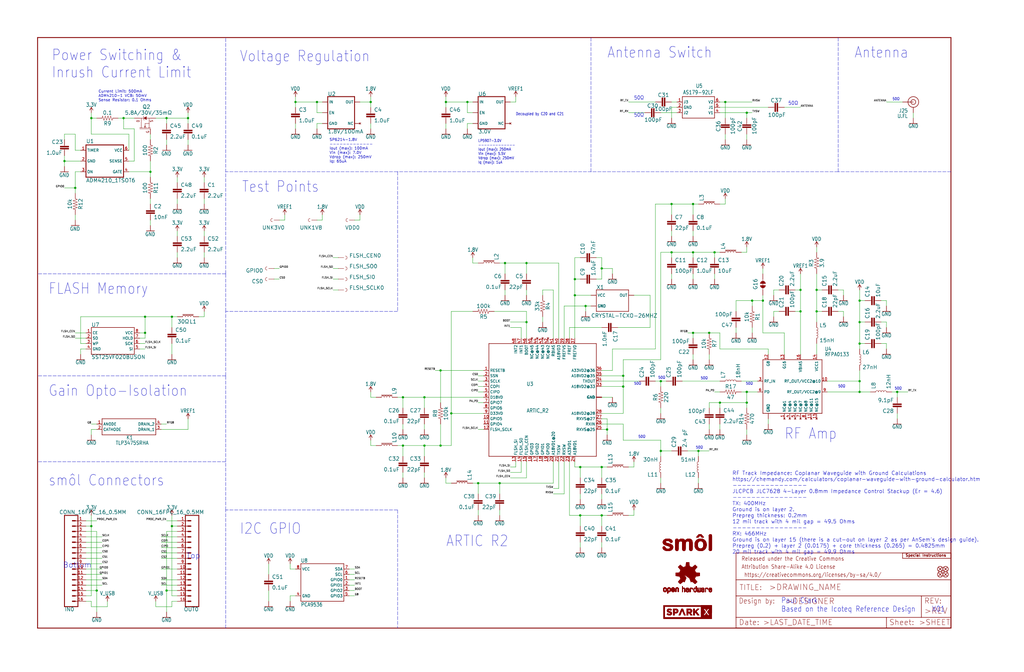
<source format=kicad_sch>
(kicad_sch (version 20211123) (generator eeschema)
  (paper "User" 484.124 317.906)
  (lib_symbols
    (symbol "eagleSchem-eagle-import:0.1OHM-0603-1{slash}3W-1%"
      (property "Reference" "R" (at 0 1.524 0))
      (property "Value" "0.1OHM-0603-1{slash}3W-1%" (at 0 -1.524 0))
      (symbol "0.1OHM-0603-1{slash}3W-1%_1_0"
        (pin passive line (at -5.08 0 0) (length 2.54) (name "1") (number "1"))
        (pin passive line (at 5.08 0 180) (length 2.54) (name "2") (number "2"))
      )
    )
    (symbol "eagleSchem-eagle-import:0.1UF-0402T-10V-10%-X7R"
      (property "Reference" "C" (at 1.524 2.921 0))
      (property "Value" "0.1UF-0402T-10V-10%-X7R" (at 1.524 -2.159 0))
      (symbol "0.1UF-0402T-10V-10%-X7R_1_0"
        (pin passive line (at 0 5.08 270) (length 2.54) (name "1") (number "1"))
        (pin passive line (at 0 -2.54 90) (length 2.54) (name "2") (number "2"))
      )
    )
    (symbol "eagleSchem-eagle-import:0.1UF-0402T-6.3V-10%-X7R"
      (property "Reference" "C" (at 1.524 2.921 0))
      (property "Value" "0.1UF-0402T-6.3V-10%-X7R" (at 1.524 -2.159 0))
      (symbol "0.1UF-0402T-6.3V-10%-X7R_1_0"
        (pin passive line (at 0 5.08 270) (length 2.54) (name "1") (number "1"))
        (pin passive line (at 0 -2.54 90) (length 2.54) (name "2") (number "2"))
      )
    )
    (symbol "eagleSchem-eagle-import:1.0NF{slash}1000PF-0402_TIGHT-50V-10%"
      (property "Reference" "C" (at 1.524 2.921 0))
      (property "Value" "1.0NF{slash}1000PF-0402_TIGHT-50V-10%" (at 1.524 -2.159 0))
      (symbol "1.0NF{slash}1000PF-0402_TIGHT-50V-10%_1_0"
        (pin passive line (at 0 5.08 270) (length 2.54) (name "1") (number "1"))
        (pin passive line (at 0 -2.54 90) (length 2.54) (name "2") (number "2"))
      )
    )
    (symbol "eagleSchem-eagle-import:1.0UF-0402T-16V-10%"
      (property "Reference" "C" (at 1.524 2.921 0))
      (property "Value" "1.0UF-0402T-16V-10%" (at 1.524 -2.159 0))
      (symbol "1.0UF-0402T-16V-10%_1_0"
        (pin passive line (at 0 5.08 270) (length 2.54) (name "1") (number "1"))
        (pin passive line (at 0 -2.54 90) (length 2.54) (name "2") (number "2"))
      )
    )
    (symbol "eagleSchem-eagle-import:1.8V" (power)
      (property "Value" "1.8V" (at 0 2.794 0))
      (symbol "1.8V_1_0"
        (pin power_in line (at 0 0 90) (length 2.54) (name "1.8V") (number "1"))
      )
    )
    (symbol "eagleSchem-eagle-import:100KOHM-0402T-1{slash}16W-1%"
      (property "Reference" "R" (at 0 1.524 0))
      (property "Value" "100KOHM-0402T-1{slash}16W-1%" (at 0 -1.524 0))
      (symbol "100KOHM-0402T-1{slash}16W-1%_1_0"
        (pin passive line (at -5.08 0 0) (length 2.54) (name "1") (number "1"))
        (pin passive line (at 5.08 0 180) (length 2.54) (name "2") (number "2"))
      )
    )
    (symbol "eagleSchem-eagle-import:100OHM-0402-TIGHT-1{slash}16W-1%"
      (property "Reference" "R" (at 0 1.524 0))
      (property "Value" "100OHM-0402-TIGHT-1{slash}16W-1%" (at 0 -1.524 0))
      (symbol "100OHM-0402-TIGHT-1{slash}16W-1%_1_0"
        (pin passive line (at -5.08 0 0) (length 2.54) (name "1") (number "1"))
        (pin passive line (at 5.08 0 180) (length 2.54) (name "2") (number "2"))
      )
    )
    (symbol "eagleSchem-eagle-import:100PF-0402T-50V-5%"
      (property "Reference" "C" (at 1.524 2.921 0))
      (property "Value" "100PF-0402T-50V-5%" (at 1.524 -2.159 0))
      (symbol "100PF-0402T-50V-5%_1_0"
        (pin passive line (at 0 5.08 270) (length 2.54) (name "1") (number "1"))
        (pin passive line (at 0 -2.54 90) (length 2.54) (name "2") (number "2"))
      )
    )
    (symbol "eagleSchem-eagle-import:10KOHM-0402T-1{slash}16W-1%"
      (property "Reference" "R" (at 0 1.524 0))
      (property "Value" "10KOHM-0402T-1{slash}16W-1%" (at 0 -1.524 0))
      (symbol "10KOHM-0402T-1{slash}16W-1%_1_0"
        (pin passive line (at -5.08 0 0) (length 2.54) (name "1") (number "1"))
        (pin passive line (at 5.08 0 180) (length 2.54) (name "2") (number "2"))
      )
    )
    (symbol "eagleSchem-eagle-import:10NF-0402T-25V-10%"
      (property "Reference" "C" (at 1.524 2.921 0))
      (property "Value" "10NF-0402T-25V-10%" (at 1.524 -2.159 0))
      (symbol "10NF-0402T-25V-10%_1_0"
        (pin passive line (at 0 5.08 270) (length 2.54) (name "1") (number "1"))
        (pin passive line (at 0 -2.54 90) (length 2.54) (name "2") (number "2"))
      )
    )
    (symbol "eagleSchem-eagle-import:10UF-0402T-6.3V-20%"
      (property "Reference" "C" (at 1.524 2.921 0))
      (property "Value" "10UF-0402T-6.3V-20%" (at 1.524 -2.159 0))
      (symbol "10UF-0402T-6.3V-20%_1_0"
        (pin passive line (at 0 5.08 270) (length 2.54) (name "1") (number "1"))
        (pin passive line (at 0 -2.54 90) (length 2.54) (name "2") (number "2"))
      )
    )
    (symbol "eagleSchem-eagle-import:12NH-0402"
      (property "Value" "12NH-0402" (at 1.27 -2.54 0))
      (symbol "12NH-0402_1_0"
        (pin passive line (at 0 5.08 270) (length 2.54) (name "1") (number "P$1"))
        (pin passive line (at 0 -5.08 90) (length 2.54) (name "2") (number "P$2"))
      )
    )
    (symbol "eagleSchem-eagle-import:15NH-0402"
      (property "Value" "15NH-0402" (at 1.27 -2.54 0))
      (symbol "15NH-0402_1_0"
        (pin passive line (at 0 5.08 270) (length 2.54) (name "1") (number "P$1"))
        (pin passive line (at 0 -5.08 90) (length 2.54) (name "2") (number "P$2"))
      )
    )
    (symbol "eagleSchem-eagle-import:18NH-0402"
      (property "Value" "18NH-0402" (at 1.27 -2.54 0))
      (symbol "18NH-0402_1_0"
        (pin passive line (at 0 5.08 270) (length 2.54) (name "1") (number "P$1"))
        (pin passive line (at 0 -5.08 90) (length 2.54) (name "2") (number "P$2"))
      )
    )
    (symbol "eagleSchem-eagle-import:2.2UF-0402_TIGHT-10V-10%-X5R"
      (property "Reference" "C" (at 1.524 2.921 0))
      (property "Value" "2.2UF-0402_TIGHT-10V-10%-X5R" (at 1.524 -2.159 0))
      (symbol "2.2UF-0402_TIGHT-10V-10%-X5R_1_0"
        (pin passive line (at 0 5.08 270) (length 2.54) (name "1") (number "1"))
        (pin passive line (at 0 -2.54 90) (length 2.54) (name "2") (number "2"))
      )
    )
    (symbol "eagleSchem-eagle-import:2.4PF-0402"
      (property "Value" "2.4PF-0402" (at 1.524 -2.159 0))
      (symbol "2.4PF-0402_1_0"
        (pin passive line (at 0 5.08 270) (length 2.54) (name "1") (number "P$1"))
        (pin passive line (at 0 -2.54 90) (length 2.54) (name "2") (number "P$2"))
      )
    )
    (symbol "eagleSchem-eagle-import:220OHM-0402-TIGHT-1{slash}16W-1%"
      (property "Reference" "R" (at 0 1.524 0))
      (property "Value" "220OHM-0402-TIGHT-1{slash}16W-1%" (at 0 -1.524 0))
      (symbol "220OHM-0402-TIGHT-1{slash}16W-1%_1_0"
        (pin passive line (at -5.08 0 0) (length 2.54) (name "1") (number "1"))
        (pin passive line (at 5.08 0 180) (length 2.54) (name "2") (number "2"))
      )
    )
    (symbol "eagleSchem-eagle-import:22PF-0402T-16V-10%"
      (property "Reference" "C" (at 1.524 2.921 0))
      (property "Value" "22PF-0402T-16V-10%" (at 1.524 -2.159 0))
      (symbol "22PF-0402T-16V-10%_1_0"
        (pin passive line (at 0 5.08 270) (length 2.54) (name "1") (number "1"))
        (pin passive line (at 0 -2.54 90) (length 2.54) (name "2") (number "2"))
      )
    )
    (symbol "eagleSchem-eagle-import:27NH-0402"
      (property "Value" "27NH-0402" (at 1.27 -2.54 0))
      (symbol "27NH-0402_1_0"
        (pin passive line (at 0 5.08 270) (length 2.54) (name "1") (number "P$1"))
        (pin passive line (at 0 -5.08 90) (length 2.54) (name "2") (number "P$2"))
      )
    )
    (symbol "eagleSchem-eagle-import:3.3V" (power)
      (property "Value" "3.3V" (at 0 2.794 0))
      (symbol "3.3V_1_0"
        (pin power_in line (at 0 0 90) (length 2.54) (name "3.3V") (number "1"))
      )
    )
    (symbol "eagleSchem-eagle-import:3.9OHM-0402-TIGHT-1{slash}16W-1%"
      (property "Reference" "R" (at 0 1.524 0))
      (property "Value" "3.9OHM-0402-TIGHT-1{slash}16W-1%" (at 0 -1.524 0))
      (symbol "3.9OHM-0402-TIGHT-1{slash}16W-1%_1_0"
        (pin passive line (at -5.08 0 0) (length 2.54) (name "1") (number "1"))
        (pin passive line (at 5.08 0 180) (length 2.54) (name "2") (number "2"))
      )
    )
    (symbol "eagleSchem-eagle-import:30NH-0402"
      (property "Value" "30NH-0402" (at 1.27 -2.54 0))
      (symbol "30NH-0402_1_0"
        (pin passive line (at 0 5.08 270) (length 2.54) (name "1") (number "P$1"))
        (pin passive line (at 0 -5.08 90) (length 2.54) (name "2") (number "P$2"))
      )
    )
    (symbol "eagleSchem-eagle-import:33KOHM-0402T-1{slash}16W-1%"
      (property "Reference" "R" (at 0 1.524 0))
      (property "Value" "33KOHM-0402T-1{slash}16W-1%" (at 0 -1.524 0))
      (symbol "33KOHM-0402T-1{slash}16W-1%_1_0"
        (pin passive line (at -5.08 0 0) (length 2.54) (name "1") (number "1"))
        (pin passive line (at 5.08 0 180) (length 2.54) (name "2") (number "2"))
      )
    )
    (symbol "eagleSchem-eagle-import:470OHM-0402-TIGHT-1{slash}16W-1%"
      (property "Reference" "R" (at 0 1.524 0))
      (property "Value" "470OHM-0402-TIGHT-1{slash}16W-1%" (at 0 -1.524 0))
      (symbol "470OHM-0402-TIGHT-1{slash}16W-1%_1_0"
        (pin passive line (at -5.08 0 0) (length 2.54) (name "1") (number "1"))
        (pin passive line (at 5.08 0 180) (length 2.54) (name "2") (number "2"))
      )
    )
    (symbol "eagleSchem-eagle-import:47NF-0402_TIGHT-25V-10%-X7R"
      (property "Reference" "C" (at 1.524 2.921 0))
      (property "Value" "47NF-0402_TIGHT-25V-10%-X7R" (at 1.524 -2.159 0))
      (symbol "47NF-0402_TIGHT-25V-10%-X7R_1_0"
        (pin passive line (at 0 5.08 270) (length 2.54) (name "1") (number "1"))
        (pin passive line (at 0 -2.54 90) (length 2.54) (name "2") (number "2"))
      )
    )
    (symbol "eagleSchem-eagle-import:47OHM-0402-TIGHT-1{slash}16W-1%"
      (property "Reference" "R" (at 0 1.524 0))
      (property "Value" "47OHM-0402-TIGHT-1{slash}16W-1%" (at 0 -1.524 0))
      (symbol "47OHM-0402-TIGHT-1{slash}16W-1%_1_0"
        (pin passive line (at -5.08 0 0) (length 2.54) (name "1") (number "1"))
        (pin passive line (at 5.08 0 180) (length 2.54) (name "2") (number "2"))
      )
    )
    (symbol "eagleSchem-eagle-import:51NH-0402"
      (property "Value" "51NH-0402" (at 1.27 -2.54 0))
      (symbol "51NH-0402_1_0"
        (pin passive line (at 0 5.08 270) (length 2.54) (name "1") (number "P$1"))
        (pin passive line (at 0 -5.08 90) (length 2.54) (name "2") (number "P$2"))
      )
    )
    (symbol "eagleSchem-eagle-import:9.1PF-0402-TIGHT"
      (property "Reference" "C" (at 1.524 2.921 0))
      (property "Value" "9.1PF-0402-TIGHT" (at 1.524 -2.159 0))
      (symbol "9.1PF-0402-TIGHT_1_0"
        (pin passive line (at 0 5.08 270) (length 2.54) (name "1") (number "1"))
        (pin passive line (at 0 -2.54 90) (length 2.54) (name "2") (number "2"))
      )
    )
    (symbol "eagleSchem-eagle-import:ADM4210_1TSOT6"
      (property "Reference" "IC" (at -7.62 8.382 0))
      (property "Value" "ADM4210_1TSOT6" (at -7.62 -10.16 0))
      (symbol "ADM4210_1TSOT6_1_0"
        (pin input line (at -10.16 5.08 0) (length 2.54) (name "TIMER") (number "1"))
        (pin power_in line (at -10.16 0 0) (length 2.54) (name "GND") (number "2"))
        (pin input line (at -10.16 -5.08 0) (length 2.54) (name "ON") (number "3"))
        (pin output line (at 12.7 -5.08 180) (length 2.54) (name "GATE") (number "4"))
        (pin input line (at 12.7 0 180) (length 2.54) (name "SENSE") (number "5"))
        (pin power_in line (at 12.7 5.08 180) (length 2.54) (name "VCC") (number "6"))
      )
    )
    (symbol "eagleSchem-eagle-import:ARTIC_R2"
      (property "Reference" "U" (at -7.62 5.334 0))
      (property "Value" "ARTIC_R2" (at -7.62 -5.334 0))
      (symbol "ARTIC_R2_1_0"
        (pin bidirectional line (at -27.94 12.7 0) (length 2.54) (name "RESETB") (number "1"))
        (pin bidirectional line (at -27.94 -10.16 0) (length 2.54) (name "GPIO5") (number "10"))
        (pin bidirectional line (at -27.94 -12.7 0) (length 2.54) (name "GPIO4") (number "11"))
        (pin bidirectional line (at -27.94 -15.24 0) (length 2.54) (name "FLSH_SCLK") (number "12"))
        (pin bidirectional line (at -12.7 -30.48 90) (length 2.54) (name "FLSH_SI") (number "13"))
        (pin bidirectional line (at -10.16 -30.48 90) (length 2.54) (name "FLSH_SO") (number "14"))
        (pin bidirectional line (at -7.62 -30.48 90) (length 2.54) (name "FLSH_CEN") (number "15"))
        (pin bidirectional line (at -5.08 -30.48 90) (length 2.54) (name "GPIO3") (number "16"))
        (pin bidirectional line (at -2.54 -30.48 90) (length 2.54) (name "GPIO2") (number "17"))
        (pin bidirectional line (at 0 -30.48 90) (length 2.54) (name "GPIO1") (number "18"))
        (pin bidirectional line (at 2.54 -30.48 90) (length 2.54) (name "GPIO0") (number "19"))
        (pin bidirectional line (at -27.94 10.16 0) (length 2.54) (name "SSN") (number "2"))
        (pin power_in line (at 5.08 -30.48 90) (length 2.54) (name "A18VD1@20") (number "20"))
        (pin bidirectional line (at 7.62 -30.48 90) (length 2.54) (name "TXSW") (number "21"))
        (pin bidirectional line (at 10.16 -30.48 90) (length 2.54) (name "RXSW") (number "22"))
        (pin power_in line (at 12.7 -30.48 90) (length 2.54) (name "A33VD1") (number "23"))
        (pin power_in line (at 15.24 -30.48 90) (length 2.54) (name "A18VD1") (number "24"))
        (pin bidirectional line (at 27.94 -15.24 180) (length 2.54) (name "RXVS@25") (number "25"))
        (pin bidirectional line (at 27.94 -12.7 180) (length 2.54) (name "RXIN") (number "26"))
        (pin bidirectional line (at 27.94 -10.16 180) (length 2.54) (name "RXVS@27") (number "27"))
        (pin power_in line (at 27.94 -7.62 180) (length 2.54) (name "A18VD2@28") (number "28"))
        (pin bidirectional line (at 27.94 0 180) (length 2.54) (name "GND") (number "29"))
        (pin bidirectional line (at -27.94 7.62 0) (length 2.54) (name "SCLK") (number "3"))
        (pin bidirectional line (at 27.94 0 180) (length 2.54) (name "GND") (number "30"))
        (pin bidirectional line (at 27.94 0 180) (length 2.54) (name "GND") (number "31"))
        (pin bidirectional line (at 27.94 0 180) (length 2.54) (name "GND") (number "32"))
        (pin power_in line (at 27.94 5.08 180) (length 2.54) (name "A18VD2@33") (number "33"))
        (pin bidirectional line (at 27.94 7.62 180) (length 2.54) (name "TXOUT") (number "34"))
        (pin power_in line (at 27.94 10.16 180) (length 2.54) (name "A18VD2@35") (number "35"))
        (pin power_in line (at 27.94 12.7 180) (length 2.54) (name "A33VD2@36") (number "36"))
        (pin bidirectional line (at 15.24 27.94 270) (length 2.54) (name "FREFVD") (number "37"))
        (pin bidirectional line (at 12.7 27.94 270) (length 2.54) (name "FREF") (number "38"))
        (pin bidirectional line (at 10.16 27.94 270) (length 2.54) (name "FREFVS") (number "39"))
        (pin bidirectional line (at -27.94 5.08 0) (length 2.54) (name "COPI") (number "4"))
        (pin power_in line (at 7.62 27.94 270) (length 2.54) (name "A18VD3") (number "40"))
        (pin bidirectional line (at 5.08 27.94 270) (length 2.54) (name "RBIAS") (number "41"))
        (pin no_connect line (at 2.54 27.94 270) (length 2.54) (name "NC@42") (number "42"))
        (pin no_connect line (at 0 27.94 270) (length 2.54) (name "NC@43") (number "43"))
        (pin no_connect line (at -2.54 27.94 270) (length 2.54) (name "NC@44") (number "44"))
        (pin no_connect line (at -5.08 27.94 270) (length 2.54) (name "NC@45") (number "45"))
        (pin bidirectional line (at -7.62 27.94 270) (length 2.54) (name "BOOT") (number "46"))
        (pin bidirectional line (at -10.16 27.94 270) (length 2.54) (name "INT1") (number "47"))
        (pin bidirectional line (at -12.7 27.94 270) (length 2.54) (name "INT2") (number "48"))
        (pin bidirectional line (at -27.94 2.54 0) (length 2.54) (name "CIPO") (number "5"))
        (pin power_in line (at -27.94 0 0) (length 2.54) (name "D18VD") (number "6"))
        (pin bidirectional line (at -27.94 -2.54 0) (length 2.54) (name "GPIO7") (number "7"))
        (pin bidirectional line (at -27.94 -5.08 0) (length 2.54) (name "GPIO6") (number "8"))
        (pin power_in line (at -27.94 -7.62 0) (length 2.54) (name "D33VD") (number "9"))
        (pin bidirectional line (at 27.94 0 180) (length 2.54) (name "GND") (number "GND"))
      )
    )
    (symbol "eagleSchem-eagle-import:AS179-92LF"
      (property "Reference" "IC" (at 0 10.16 0))
      (property "Value" "AS179-92LF" (at 0 7.112 0))
      (symbol "AS179-92LF_1_0"
        (pin bidirectional line (at -10.16 2.54 0) (length 2.54) (name "J3") (number "1"))
        (pin power_in line (at -10.16 0 0) (length 2.54) (name "GND") (number "2"))
        (pin bidirectional line (at -10.16 -2.54 0) (length 2.54) (name "J2") (number "3"))
        (pin power_in line (at 10.16 -2.54 180) (length 2.54) (name "V1") (number "4"))
        (pin bidirectional line (at 10.16 0 180) (length 2.54) (name "J1") (number "5"))
        (pin power_in line (at 10.16 2.54 180) (length 2.54) (name "V2") (number "6"))
      )
    )
    (symbol "eagleSchem-eagle-import:CONN_16FPC_16_0.5MM"
      (property "Reference" "J" (at 0 20.828 0))
      (property "Value" "CONN_16FPC_16_0.5MM" (at 0 -25.146 0))
      (symbol "CONN_16FPC_16_0.5MM_1_0"
        (pin passive line (at 10.16 -20.32 180) (length 5.08) (name "1") (number "1"))
        (pin passive line (at 10.16 2.54 180) (length 5.08) (name "10") (number "10"))
        (pin passive line (at 10.16 5.08 180) (length 5.08) (name "11") (number "11"))
        (pin passive line (at 10.16 7.62 180) (length 5.08) (name "12") (number "12"))
        (pin passive line (at 10.16 10.16 180) (length 5.08) (name "13") (number "13"))
        (pin passive line (at 10.16 12.7 180) (length 5.08) (name "14") (number "14"))
        (pin passive line (at 10.16 15.24 180) (length 5.08) (name "15") (number "15"))
        (pin passive line (at 10.16 17.78 180) (length 5.08) (name "16") (number "16"))
        (pin passive line (at 10.16 -17.78 180) (length 5.08) (name "2") (number "2"))
        (pin passive line (at 10.16 -15.24 180) (length 5.08) (name "3") (number "3"))
        (pin passive line (at 10.16 -12.7 180) (length 5.08) (name "4") (number "4"))
        (pin passive line (at 10.16 -10.16 180) (length 5.08) (name "5") (number "5"))
        (pin passive line (at 10.16 -7.62 180) (length 5.08) (name "6") (number "6"))
        (pin passive line (at 10.16 -5.08 180) (length 5.08) (name "7") (number "7"))
        (pin passive line (at 10.16 -2.54 180) (length 5.08) (name "8") (number "8"))
        (pin passive line (at 10.16 0 180) (length 5.08) (name "9") (number "9"))
      )
    )
    (symbol "eagleSchem-eagle-import:CRYSTAL-TCXO-26MHZ"
      (property "Reference" "Y" (at -7.62 5.334 0))
      (property "Value" "CRYSTAL-TCXO-26MHZ" (at -7.62 -5.334 0))
      (symbol "CRYSTAL-TCXO-26MHZ_1_0"
        (pin bidirectional line (at -10.16 -2.54 0) (length 2.54) (name "GND") (number "1"))
        (pin bidirectional line (at -10.16 -2.54 0) (length 2.54) (name "GND") (number "2"))
        (pin bidirectional line (at 10.16 2.54 180) (length 2.54) (name "OUT") (number "3"))
        (pin bidirectional line (at -10.16 2.54 0) (length 2.54) (name "VCC") (number "4"))
      )
    )
    (symbol "eagleSchem-eagle-import:FERRITE_BEAD-0402-30Ω-100MHZ"
      (property "Reference" "FB" (at 1.27 2.54 0))
      (property "Value" "FERRITE_BEAD-0402-30Ω-100MHZ" (at 1.27 -2.54 0))
      (symbol "FERRITE_BEAD-0402-30Ω-100MHZ_1_0"
        (pin passive line (at 0 5.08 270) (length 2.54) (name "1") (number "1"))
        (pin passive line (at 0 -5.08 90) (length 2.54) (name "2") (number "2"))
      )
    )
    (symbol "eagleSchem-eagle-import:FIDUCIALUFIDUCIAL")
    (symbol "eagleSchem-eagle-import:FRAME-LEDGER"
      (symbol "FRAME-LEDGER_2_0"
        (text " https://creativecommons.org/licenses/by-sa/4.0/" (at 2.54 24.13 0) (effects (font (size 1.9304 1.6408)) (justify left bottom)))
        (text ">DESIGNER" (at 23.114 11.176 0) (effects (font (size 2.7432 2.7432)) (justify left bottom)))
        (text ">DRAWING_NAME" (at 15.494 17.78 0) (effects (font (size 2.7432 2.7432)) (justify left bottom)))
        (text ">LAST_DATE_TIME" (at 12.7 1.27 0) (effects (font (size 2.54 2.54)) (justify left bottom)))
        (text ">REV" (at 88.9 6.604 0) (effects (font (size 2.7432 2.7432)) (justify left bottom)))
        (text ">SHEET" (at 86.36 1.27 0) (effects (font (size 2.54 2.54)) (justify left bottom)))
        (text "Attribution Share-Alike 4.0 License" (at 2.54 27.94 0) (effects (font (size 1.9304 1.6408)) (justify left bottom)))
        (text "Date:" (at 1.27 1.27 0) (effects (font (size 2.54 2.54)) (justify left bottom)))
        (text "Design by:" (at 1.27 11.43 0) (effects (font (size 2.54 2.159)) (justify left bottom)))
        (text "Released under the Creative Commons" (at 2.54 31.75 0) (effects (font (size 1.9304 1.6408)) (justify left bottom)))
        (text "REV:" (at 88.9 11.43 0) (effects (font (size 2.54 2.54)) (justify left bottom)))
        (text "Sheet:" (at 72.39 1.27 0) (effects (font (size 2.54 2.54)) (justify left bottom)))
        (text "TITLE:" (at 1.524 17.78 0) (effects (font (size 2.54 2.54)) (justify left bottom)))
      )
    )
    (symbol "eagleSchem-eagle-import:GND" (power)
      (property "Value" "GND" (at 0 -0.254 0))
      (symbol "GND_1_0"
        (pin power_in line (at 0 2.54 270) (length 2.54) (name "GND") (number "1"))
      )
    )
    (symbol "eagleSchem-eagle-import:JUMPER-SMT_2_NC_TRACE_NO-SILK"
      (property "Reference" "JP" (at -2.54 2.54 0))
      (property "Value" "JUMPER-SMT_2_NC_TRACE_NO-SILK" (at -2.54 -2.54 0))
      (symbol "JUMPER-SMT_2_NC_TRACE_NO-SILK_1_0"
        (pin passive line (at -5.08 0 0) (length 2.54) (name "1") (number "1"))
        (pin passive line (at 5.08 0 180) (length 2.54) (name "2") (number "2"))
      )
    )
    (symbol "eagleSchem-eagle-import:MOSFET-NCH-AO3404A"
      (property "Reference" "Q" (at 5.08 0 0))
      (property "Value" "MOSFET-NCH-AO3404A" (at 5.08 -2.54 0))
      (symbol "MOSFET-NCH-AO3404A_1_0"
        (text "D" (at 0.508 2.54 0) (effects (font (size 1.27 1.0795)) (justify left bottom)))
        (text "G" (at -3.302 -0.508 0) (effects (font (size 1.27 1.0795)) (justify right top)))
        (text "S" (at 0.508 -3.81 0) (effects (font (size 1.27 1.0795)) (justify left bottom)))
        (pin bidirectional line (at -5.08 -2.54 0) (length 2.54) (name "G") (number "1"))
        (pin bidirectional line (at 2.54 -5.08 90) (length 2.54) (name "S") (number "2"))
        (pin bidirectional line (at 2.54 5.08 270) (length 2.54) (name "D") (number "3"))
      )
    )
    (symbol "eagleSchem-eagle-import:OSHW-LOGOMINI")
    (symbol "eagleSchem-eagle-import:PCA9536"
      (property "Reference" "U" (at -10.16 8.128 0))
      (property "Value" "PCA9536" (at -10.16 -12.7 0))
      (symbol "PCA9536_1_0"
        (pin bidirectional line (at 12.7 0 180) (length 2.54) (name "GPIO0") (number "1"))
        (pin bidirectional line (at 12.7 -2.54 180) (length 2.54) (name "GPIO1") (number "2"))
        (pin bidirectional line (at 12.7 -5.08 180) (length 2.54) (name "GPIO2") (number "3"))
        (pin bidirectional line (at -12.7 -7.62 0) (length 2.54) (name "GND") (number "4"))
        (pin bidirectional line (at 12.7 -7.62 180) (length 2.54) (name "GPIO3") (number "5"))
        (pin bidirectional line (at 12.7 2.54 180) (length 2.54) (name "SCL") (number "6"))
        (pin bidirectional line (at 12.7 5.08 180) (length 2.54) (name "SDA") (number "7"))
        (pin bidirectional line (at -12.7 5.08 0) (length 2.54) (name "VCC") (number "8"))
      )
    )
    (symbol "eagleSchem-eagle-import:RFPA0133"
      (property "Reference" "IC" (at 16.51 17.78 0))
      (property "Value" "RFPA0133" (at 16.51 15.24 0))
      (symbol "RFPA0133_1_0"
        (pin no_connect line (at -2.54 -15.24 90) (length 2.54) (name "NC@1") (number "1"))
        (pin output line (at 17.78 2.54 180) (length 2.54) (name "RF_OUT/VCC2@10") (number "10"))
        (pin no_connect line (at 10.16 -15.24 90) (length 2.54) (name "NC@11") (number "11"))
        (pin input line (at -10.16 15.24 270) (length 2.54) (name "G8") (number "12"))
        (pin input line (at -2.54 15.24 270) (length 2.54) (name "G16") (number "13"))
        (pin power_in line (at 12.7 15.24 270) (length 2.54) (name "VCC1") (number "14"))
        (pin no_connect line (at 12.7 -15.24 90) (length 2.54) (name "NC@15") (number "15"))
        (pin power_in line (at 5.08 15.24 270) (length 2.54) (name "VBIAS") (number "16"))
        (pin power_in line (at -10.16 -15.24 90) (length 2.54) (name "GND") (number "2"))
        (pin input line (at -15.24 2.54 0) (length 2.54) (name "RF_IN") (number "3"))
        (pin no_connect line (at 0 -15.24 90) (length 2.54) (name "NC@4") (number "4"))
        (pin no_connect line (at 2.54 -15.24 90) (length 2.54) (name "NC@5") (number "5"))
        (pin input line (at -15.24 -2.54 0) (length 2.54) (name "PD") (number "6"))
        (pin no_connect line (at 5.08 -15.24 90) (length 2.54) (name "NC@7") (number "7"))
        (pin no_connect line (at 7.62 -15.24 90) (length 2.54) (name "NC@8") (number "8"))
        (pin output line (at 17.78 -2.54 180) (length 2.54) (name "RF_OUT/VCC2@9") (number "9"))
        (pin power_in line (at -10.16 -15.24 90) (length 2.54) (name "GND") (number "EDAP"))
      )
    )
    (symbol "eagleSchem-eagle-import:SMOL_LOGOSMALL")
    (symbol "eagleSchem-eagle-import:SPARKX-LOGO2")
    (symbol "eagleSchem-eagle-import:SPARKX-LOGO3")
    (symbol "eagleSchem-eagle-import:SPECIAL_INSTRUCTIONS-ORDERING"
      (symbol "SPECIAL_INSTRUCTIONS-ORDERING_1_0"
        (text "Special Instructions" (at 1.27 0.6985 0) (effects (font (size 1.27 1.27) (thickness 0.254) bold) (justify left bottom)))
      )
    )
    (symbol "eagleSchem-eagle-import:SST25VF020BUSON"
      (property "Reference" "U" (at -10.16 5.334 0))
      (property "Value" "SST25VF020BUSON" (at -10.16 -7.874 0))
      (symbol "SST25VF020BUSON_1_0"
        (pin bidirectional line (at -12.7 2.54 0) (length 2.54) (name "CE") (number "1"))
        (pin bidirectional line (at -12.7 0 0) (length 2.54) (name "SO") (number "2"))
        (pin bidirectional line (at -12.7 -2.54 0) (length 2.54) (name "WP") (number "3"))
        (pin power_in line (at -12.7 -5.08 0) (length 2.54) (name "GND") (number "4"))
        (pin bidirectional line (at 12.7 -5.08 180) (length 2.54) (name "SI") (number "5"))
        (pin bidirectional line (at 12.7 -2.54 180) (length 2.54) (name "SCK") (number "6"))
        (pin bidirectional line (at 12.7 0 180) (length 2.54) (name "HOLD") (number "7"))
        (pin power_in line (at 12.7 2.54 180) (length 2.54) (name "VCC") (number "8"))
      )
    )
    (symbol "eagleSchem-eagle-import:TEST-POINT3"
      (property "Reference" "TP" (at -2.54 2.54 0))
      (property "Value" "TEST-POINT3" (at -2.54 -2.54 0))
      (symbol "TEST-POINT3_1_0"
        (pin bidirectional line (at 0 0 180) (length 0) (name "1") (number "1"))
      )
    )
    (symbol "eagleSchem-eagle-import:TLP3475SRHA"
      (property "Reference" "K" (at -3.81 6.35 0))
      (property "Value" "TLP3475SRHA" (at -3.81 3.81 0))
      (symbol "TLP3475SRHA_1_0"
        (pin bidirectional line (at -15.24 0 0) (length 2.54) (name "ANODE") (number "1"))
        (pin bidirectional line (at -15.24 -2.54 0) (length 2.54) (name "CATHODE") (number "2"))
        (pin bidirectional line (at 15.24 -2.54 180) (length 2.54) (name "DRAIN_1") (number "3"))
        (pin bidirectional line (at 15.24 0 180) (length 2.54) (name "DRAIN_2") (number "4"))
      )
    )
    (symbol "eagleSchem-eagle-import:U.FL2PIN-REDUCED-FOOTPRINT"
      (property "Reference" "J" (at 2.54 -5.08 0))
      (property "Value" "U.FL2PIN-REDUCED-FOOTPRINT" (at 2.54 -7.62 0))
      (symbol "U.FL2PIN-REDUCED-FOOTPRINT_1_0"
        (pin bidirectional line (at 0 -5.08 90) (length 2.54) (name "GND") (number "1"))
        (pin bidirectional line (at 0 -5.08 90) (length 2.54) (name "GND") (number "2"))
        (pin bidirectional line (at 5.08 0 180) (length 5.08) (name "SIGNAL") (number "FEED"))
      )
    )
    (symbol "eagleSchem-eagle-import:VDD" (power)
      (property "Value" "VDD" (at 0 2.794 0))
      (symbol "VDD_1_0"
        (pin power_in line (at 0 0 90) (length 2.54) (name "VDD") (number "1"))
      )
    )
    (symbol "eagleSchem-eagle-import:VREF1" (power)
      (property "Value" "VREF1" (at 0 2.794 0))
      (symbol "VREF1_1_0"
        (pin power_in line (at 0 0 90) (length 2.54) (name "VREF1") (number "1"))
      )
    )
    (symbol "eagleSchem-eagle-import:V_REG_LP5907SOT23-3.0V"
      (property "Reference" "U" (at -7.62 7.874 0))
      (property "Value" "V_REG_LP5907SOT23-3.0V" (at -7.62 -7.874 0))
      (symbol "V_REG_LP5907SOT23-3.0V_1_0"
        (pin input line (at -10.16 5.08 0) (length 2.54) (name "IN") (number "1"))
        (pin input line (at -10.16 -5.08 0) (length 2.54) (name "GND") (number "2"))
        (pin input line (at -10.16 0 0) (length 2.54) (name "EN") (number "3"))
        (pin no_connect line (at 7.62 -5.08 180) (length 2.54) (name "NC") (number "4"))
        (pin passive line (at 7.62 5.08 180) (length 2.54) (name "OUT") (number "5"))
      )
    )
    (symbol "eagleSchem-eagle-import:V_REG_SP6214-1.8V"
      (property "Reference" "U" (at -7.62 7.874 0))
      (property "Value" "V_REG_SP6214-1.8V" (at -7.62 -7.874 0))
      (symbol "V_REG_SP6214-1.8V_1_0"
        (pin input line (at -10.16 5.08 0) (length 2.54) (name "IN") (number "1"))
        (pin input line (at -10.16 -5.08 0) (length 2.54) (name "GND") (number "2"))
        (pin input line (at -10.16 0 0) (length 2.54) (name "EN") (number "3"))
        (pin no_connect line (at 7.62 -5.08 180) (length 2.54) (name "NC") (number "4"))
        (pin passive line (at 7.62 5.08 180) (length 2.54) (name "OUT") (number "5"))
      )
    )
    (symbol "eagleSchem-eagle-import:V_USB" (power)
      (property "Value" "V_USB" (at 0 2.794 0))
      (symbol "V_USB_1_0"
        (pin power_in line (at 0 0 90) (length 2.54) (name "V_USB") (number "1"))
      )
    )
  )
  (junction (at 45.72 279.4))
  (junction (at 406.4 152.4))
  (junction (at 78.74 55.88))
  (junction (at 81.28 248.92))
  (junction (at 274.32 220.98))
  (junction (at 149.86 48.26))
  (junction (at 175.26 48.26))
  (junction (at 71.12 81.28))
  (junction (at 327.66 96.52))
  (junction (at 406.4 142.24))
  (junction (at 88.9 55.88))
  (junction (at 68.58 149.86))
  (junction (at 406.4 162.56))
  (junction (at 139.7 48.26))
  (junction (at 58.42 55.88))
  (junction (at 226.06 228.6))
  (junction (at 327.66 119.38))
  (junction (at 248.92 152.4))
  (junction (at 248.92 124.46))
  (junction (at 353.06 190.5))
  (junction (at 340.36 190.5))
  (junction (at 335.28 157.48))
  (junction (at 271.78 139.7))
  (junction (at 190.5 210.82))
  (junction (at 284.48 127))
  (junction (at 312.42 213.36))
  (junction (at 200.66 210.82))
  (junction (at 337.82 119.38))
  (junction (at 210.82 48.26))
  (junction (at 424.18 185.42))
  (junction (at 200.66 187.96))
  (junction (at 353.06 53.34))
  (junction (at 360.68 142.24))
  (junction (at 43.18 248.92))
  (junction (at 406.4 180.34))
  (junction (at 274.32 243.84))
  (junction (at 355.6 142.24))
  (junction (at 276.86 144.78))
  (junction (at 294.64 182.88))
  (junction (at 317.5 119.38))
  (junction (at 284.48 243.84))
  (junction (at 271.78 132.08))
  (junction (at 317.5 96.52))
  (junction (at 43.18 55.88))
  (junction (at 386.08 147.32))
  (junction (at 294.64 177.8))
  (junction (at 190.5 187.96))
  (junction (at 327.66 157.48))
  (junction (at 386.08 137.16))
  (junction (at 236.22 228.6))
  (junction (at 287.02 203.2))
  (junction (at 35.56 88.9))
  (junction (at 378.46 137.16))
  (junction (at 213.36 195.58))
  (junction (at 208.28 210.82))
  (junction (at 238.76 124.46))
  (junction (at 353.06 185.42))
  (junction (at 330.2 213.36))
  (junction (at 406.4 185.42))
  (junction (at 284.48 220.98))
  (junction (at 208.28 175.26))
  (junction (at 68.58 157.48))
  (junction (at 78.74 279.4))
  (junction (at 81.28 149.86))
  (junction (at 220.98 48.26))
  (junction (at 378.46 147.32))
  (junction (at 342.9 48.26))
  (junction (at 312.42 180.34))
  (junction (at 30.48 76.2))
  (wire (pts (xy 96.52 111.76) (xy 96.52 109.22)))
  (wire (pts (xy 406.4 185.42) (xy 406.4 180.34)))
  (wire (pts (xy 289.56 129.54) (xy 289.56 127)))
  (wire (pts (xy 353.06 185.42) (xy 353.06 190.5)))
  (wire (pts (xy 363.22 198.12) (xy 363.22 200.66)))
  (wire (pts (xy 327.66 119.38) (xy 337.82 119.38)))
  (wire (pts (xy 317.5 132.08) (xy 317.5 129.54)))
  (wire (pts (xy 139.7 48.26) (xy 139.7 50.8)))
  (wire (pts (xy 96.52 86.36) (xy 96.52 83.82)))
  (wire (pts (xy 83.82 261.62) (xy 76.2 261.62)))
  (wire (pts (xy 408.94 162.56) (xy 406.4 162.56)))
  (wire (pts (xy 284.48 236.22) (xy 284.48 233.68)))
  (wire (pts (xy 190.5 215.9) (xy 190.5 210.82)))
  (wire (pts (xy 327.66 121.92) (xy 327.66 119.38)))
  (wire (pts (xy 312.42 180.34) (xy 314.96 180.34)))
  (wire (pts (xy 165.1 274.32) (xy 167.64 274.32)))
  (wire (pts (xy 368.3 137.16) (xy 365.76 137.16)))
  (wire (pts (xy 386.08 119.38) (xy 386.08 116.84)))
  (wire (pts (xy 78.74 251.46) (xy 78.74 279.4)))
  (wire (pts (xy 73.66 287.02) (xy 73.66 284.48)))
  (wire (pts (xy 226.06 243.84) (xy 226.06 241.3)))
  (wire (pts (xy 127 279.4) (xy 127 284.48)))
  (wire (pts (xy 45.72 289.56) (xy 45.72 279.4)))
  (wire (pts (xy 284.48 195.58) (xy 294.64 195.58)))
  (wire (pts (xy 127 271.78) (xy 127 266.7)))
  (wire (pts (xy 284.48 248.92) (xy 284.48 243.84)))
  (wire (pts (xy 317.5 121.92) (xy 317.5 119.38)))
  (wire (pts (xy 378.46 147.32) (xy 378.46 137.16)))
  (wire (pts (xy 256.54 137.16) (xy 256.54 139.7)))
  (wire (pts (xy 83.82 119.38) (xy 83.82 121.92)))
  (wire (pts (xy 160.02 121.92) (xy 157.48 121.92)))
  (wire (pts (xy 274.32 132.08) (xy 271.78 132.08)))
  (wire (pts (xy 30.48 76.2) (xy 38.1 76.2)))
  (wire (pts (xy 190.5 193.04) (xy 190.5 187.96)))
  (wire (pts (xy 200.66 215.9) (xy 200.66 210.82)))
  (wire (pts (xy 335.28 200.66) (xy 335.28 203.2)))
  (wire (pts (xy 284.48 187.96) (xy 289.56 187.96)))
  (wire (pts (xy 317.5 213.36) (xy 312.42 213.36)))
  (wire (pts (xy 213.36 195.58) (xy 213.36 210.82)))
  (wire (pts (xy 66.04 162.56) (xy 68.58 162.56)))
  (wire (pts (xy 353.06 53.34) (xy 355.6 53.34)))
  (wire (pts (xy 43.18 281.94) (xy 43.18 248.92)))
  (wire (pts (xy 228.6 195.58) (xy 213.36 195.58)))
  (wire (pts (xy 350.52 180.34) (xy 358.14 180.34)))
  (wire (pts (xy 220.98 58.42) (xy 220.98 60.96)))
  (wire (pts (xy 68.58 160.02) (xy 68.58 157.48)))
  (wire (pts (xy 368.3 147.32) (xy 365.76 147.32)))
  (wire (pts (xy 40.64 165.1) (xy 38.1 165.1)))
  (wire (pts (xy 375.92 147.32) (xy 378.46 147.32)))
  (wire (pts (xy 264.16 124.46) (xy 248.92 124.46)))
  (wire (pts (xy 408.94 152.4) (xy 406.4 152.4)))
  (wire (pts (xy 264.16 231.14) (xy 261.62 231.14)))
  (wire (pts (xy 284.48 203.2) (xy 287.02 203.2)))
  (wire (pts (xy 170.18 104.14) (xy 170.18 101.6)))
  (wire (pts (xy 287.02 203.2) (xy 287.02 205.74)))
  (wire (pts (xy 421.64 185.42) (xy 424.18 185.42)))
  (wire (pts (xy 386.08 137.16) (xy 386.08 147.32)))
  (wire (pts (xy 200.66 210.82) (xy 190.5 210.82)))
  (wire (pts (xy 340.36 157.48) (xy 335.28 157.48)))
  (wire (pts (xy 378.46 129.54) (xy 378.46 137.16)))
  (wire (pts (xy 375.92 137.16) (xy 378.46 137.16)))
  (wire (pts (xy 96.52 119.38) (xy 96.52 121.92)))
  (wire (pts (xy 248.92 139.7) (xy 248.92 137.16)))
  (wire (pts (xy 226.06 228.6) (xy 223.52 228.6)))
  (wire (pts (xy 269.24 218.44) (xy 269.24 243.84)))
  (wire (pts (xy 60.96 81.28) (xy 71.12 81.28)))
  (wire (pts (xy 340.36 48.26) (xy 342.9 48.26)))
  (wire (pts (xy 60.96 71.12) (xy 60.96 63.5)))
  (wire (pts (xy 248.92 147.32) (xy 248.92 152.4)))
  (wire (pts (xy 40.64 284.48) (xy 43.18 284.48)))
  (wire (pts (xy 416.56 152.4) (xy 419.1 152.4)))
  (wire (pts (xy 309.88 96.52) (xy 317.5 96.52)))
  (wire (pts (xy 340.36 53.34) (xy 353.06 53.34)))
  (wire (pts (xy 271.78 139.7) (xy 279.4 139.7)))
  (wire (pts (xy 152.4 53.34) (xy 149.86 53.34)))
  (wire (pts (xy 83.82 246.38) (xy 78.74 246.38)))
  (wire (pts (xy 411.48 185.42) (xy 406.4 185.42)))
  (wire (pts (xy 261.62 137.16) (xy 256.54 137.16)))
  (wire (pts (xy 139.7 60.96) (xy 139.7 58.42)))
  (wire (pts (xy 353.06 116.84) (xy 353.06 119.38)))
  (wire (pts (xy 317.5 96.52) (xy 327.66 96.52)))
  (wire (pts (xy 83.82 248.92) (xy 81.28 248.92)))
  (wire (pts (xy 83.82 111.76) (xy 83.82 109.22)))
  (wire (pts (xy 228.6 177.8) (xy 226.06 177.8)))
  (wire (pts (xy 284.48 226.06) (xy 284.48 220.98)))
  (wire (pts (xy 190.5 210.82) (xy 187.96 210.82)))
  (wire (pts (xy 307.34 154.94) (xy 292.1 154.94)))
  (wire (pts (xy 327.66 167.64) (xy 327.66 170.18)))
  (wire (pts (xy 284.48 182.88) (xy 294.64 182.88)))
  (wire (pts (xy 347.98 147.32) (xy 347.98 142.24)))
  (wire (pts (xy 350.52 185.42) (xy 353.06 185.42)))
  (polyline (pts (xy 106.68 218.44) (xy 17.78 218.44)))
  (wire (pts (xy 40.64 160.02) (xy 35.56 160.02)))
  (wire (pts (xy 190.5 187.96) (xy 187.96 187.96)))
  (wire (pts (xy 223.52 58.42) (xy 220.98 58.42)))
  (polyline (pts (xy 187.96 147.32) (xy 106.68 147.32)))
  (wire (pts (xy 342.9 55.88) (xy 342.9 48.26)))
  (wire (pts (xy 335.28 170.18) (xy 335.28 167.64)))
  (wire (pts (xy 248.92 152.4) (xy 241.3 152.4)))
  (wire (pts (xy 165.1 276.86) (xy 167.64 276.86)))
  (wire (pts (xy 391.16 180.34) (xy 406.4 180.34)))
  (wire (pts (xy 271.78 220.98) (xy 274.32 220.98)))
  (wire (pts (xy 96.52 147.32) (xy 96.52 149.86)))
  (wire (pts (xy 66.04 160.02) (xy 68.58 160.02)))
  (wire (pts (xy 271.78 121.92) (xy 271.78 132.08)))
  (wire (pts (xy 213.36 210.82) (xy 208.28 210.82)))
  (wire (pts (xy 220.98 53.34) (xy 220.98 48.26)))
  (wire (pts (xy 238.76 129.54) (xy 238.76 124.46)))
  (wire (pts (xy 337.82 119.38) (xy 340.36 119.38)))
  (wire (pts (xy 40.64 256.54) (xy 48.26 256.54)))
  (wire (pts (xy 299.72 241.3) (xy 299.72 243.84)))
  (wire (pts (xy 228.6 203.2) (xy 226.06 203.2)))
  (wire (pts (xy 78.74 289.56) (xy 78.74 279.4)))
  (wire (pts (xy 210.82 48.26) (xy 210.82 45.72)))
  (wire (pts (xy 190.5 203.2) (xy 190.5 200.66)))
  (wire (pts (xy 134.62 104.14) (xy 134.62 101.6)))
  (polyline (pts (xy 187.96 81.28) (xy 106.68 81.28)))
  (wire (pts (xy 261.62 228.6) (xy 236.22 228.6)))
  (wire (pts (xy 294.64 208.28) (xy 312.42 208.28)))
  (wire (pts (xy 284.48 200.66) (xy 294.64 200.66)))
  (wire (pts (xy 327.66 132.08) (xy 327.66 129.54)))
  (wire (pts (xy 330.2 226.06) (xy 330.2 228.6)))
  (wire (pts (xy 289.56 165.1) (xy 309.88 165.1)))
  (wire (pts (xy 228.6 182.88) (xy 226.06 182.88)))
  (wire (pts (xy 269.24 154.94) (xy 269.24 160.02)))
  (wire (pts (xy 386.08 152.4) (xy 386.08 147.32)))
  (wire (pts (xy 248.92 226.06) (xy 241.3 226.06)))
  (wire (pts (xy 363.22 165.1) (xy 340.36 165.1)))
  (wire (pts (xy 81.28 167.64) (xy 81.28 162.56)))
  (wire (pts (xy 30.48 63.5) (xy 35.56 63.5)))
  (wire (pts (xy 284.48 154.94) (xy 269.24 154.94)))
  (wire (pts (xy 284.48 121.92) (xy 281.94 121.92)))
  (wire (pts (xy 68.58 149.86) (xy 68.58 157.48)))
  (wire (pts (xy 50.8 284.48) (xy 50.8 287.02)))
  (wire (pts (xy 88.9 203.2) (xy 88.9 198.12)))
  (wire (pts (xy 78.74 68.58) (xy 78.74 66.04)))
  (wire (pts (xy 83.82 264.16) (xy 76.2 264.16)))
  (wire (pts (xy 342.9 66.04) (xy 342.9 63.5)))
  (wire (pts (xy 325.12 213.36) (xy 330.2 213.36)))
  (wire (pts (xy 320.04 50.8) (xy 317.5 50.8)))
  (wire (pts (xy 340.36 50.8) (xy 363.22 50.8)))
  (wire (pts (xy 40.64 281.94) (xy 43.18 281.94)))
  (wire (pts (xy 40.64 251.46) (xy 45.72 251.46)))
  (wire (pts (xy 353.06 193.04) (xy 353.06 190.5)))
  (wire (pts (xy 45.72 55.88) (xy 43.18 55.88)))
  (wire (pts (xy 309.88 180.34) (xy 312.42 180.34)))
  (wire (pts (xy 431.8 55.88) (xy 431.8 53.34)))
  (wire (pts (xy 353.06 203.2) (xy 353.06 205.74)))
  (wire (pts (xy 83.82 281.94) (xy 81.28 281.94)))
  (wire (pts (xy 243.84 218.44) (xy 243.84 220.98)))
  (wire (pts (xy 317.5 101.6) (xy 317.5 96.52)))
  (wire (pts (xy 266.7 160.02) (xy 266.7 144.78)))
  (polyline (pts (xy 106.68 129.54) (xy 106.68 17.78)))
  (polyline (pts (xy 449.58 81.28) (xy 396.24 81.28)))
  (wire (pts (xy 175.26 185.42) (xy 175.26 187.96)))
  (wire (pts (xy 190.5 226.06) (xy 190.5 223.52)))
  (wire (pts (xy 266.7 144.78) (xy 276.86 144.78)))
  (wire (pts (xy 360.68 129.54) (xy 360.68 127)))
  (wire (pts (xy 83.82 284.48) (xy 81.28 284.48)))
  (wire (pts (xy 71.12 63.5) (xy 71.12 66.04)))
  (wire (pts (xy 294.64 177.8) (xy 294.64 170.18)))
  (wire (pts (xy 76.2 203.2) (xy 88.9 203.2)))
  (wire (pts (xy 264.16 160.02) (xy 264.16 124.46)))
  (wire (pts (xy 71.12 81.28) (xy 71.12 83.82)))
  (wire (pts (xy 355.6 154.94) (xy 355.6 157.48)))
  (wire (pts (xy 35.56 71.12) (xy 38.1 71.12)))
  (wire (pts (xy 426.72 48.26) (xy 419.1 48.26)))
  (polyline (pts (xy 106.68 177.8) (xy 17.78 177.8)))
  (wire (pts (xy 284.48 243.84) (xy 287.02 243.84)))
  (wire (pts (xy 274.32 121.92) (xy 271.78 121.92)))
  (wire (pts (xy 274.32 248.92) (xy 274.32 243.84)))
  (wire (pts (xy 355.6 144.78) (xy 355.6 142.24)))
  (wire (pts (xy 35.56 88.9) (xy 30.48 88.9)))
  (wire (pts (xy 40.64 264.16) (xy 48.26 264.16)))
  (wire (pts (xy 149.86 58.42) (xy 149.86 60.96)))
  (wire (pts (xy 246.38 160.02) (xy 246.38 154.94)))
  (wire (pts (xy 284.48 175.26) (xy 289.56 175.26)))
  (wire (pts (xy 81.28 281.94) (xy 81.28 248.92)))
  (wire (pts (xy 78.74 55.88) (xy 88.9 55.88)))
  (wire (pts (xy 246.38 218.44) (xy 246.38 223.52)))
  (wire (pts (xy 38.1 162.56) (xy 38.1 149.86)))
  (wire (pts (xy 353.06 190.5) (xy 340.36 190.5)))
  (wire (pts (xy 60.96 63.5) (xy 43.18 63.5)))
  (wire (pts (xy 236.22 233.68) (xy 236.22 228.6)))
  (wire (pts (xy 284.48 220.98) (xy 287.02 220.98)))
  (wire (pts (xy 386.08 129.54) (xy 386.08 137.16)))
  (wire (pts (xy 149.86 104.14) (xy 152.4 104.14)))
  (wire (pts (xy 284.48 177.8) (xy 294.64 177.8)))
  (wire (pts (xy 327.66 96.52) (xy 330.2 96.52)))
  (wire (pts (xy 304.8 53.34) (xy 297.18 53.34)))
  (wire (pts (xy 210.82 60.96) (xy 210.82 58.42)))
  (wire (pts (xy 71.12 104.14) (xy 71.12 106.68)))
  (wire (pts (xy 213.36 147.32) (xy 213.36 195.58)))
  (wire (pts (xy 40.64 279.4) (xy 45.72 279.4)))
  (wire (pts (xy 175.26 210.82) (xy 177.8 210.82)))
  (wire (pts (xy 81.28 248.92) (xy 81.28 243.84)))
  (wire (pts (xy 83.82 149.86) (xy 81.28 149.86)))
  (wire (pts (xy 228.6 175.26) (xy 208.28 175.26)))
  (wire (pts (xy 406.4 180.34) (xy 406.4 175.26)))
  (wire (pts (xy 370.84 50.8) (xy 378.46 50.8)))
  (wire (pts (xy 165.1 281.94) (xy 167.64 281.94)))
  (wire (pts (xy 96.52 93.98) (xy 96.52 96.52)))
  (wire (pts (xy 274.32 259.08) (xy 274.32 256.54)))
  (wire (pts (xy 81.28 287.02) (xy 73.66 287.02)))
  (wire (pts (xy 58.42 55.88) (xy 63.5 55.88)))
  (wire (pts (xy 365.76 137.16) (xy 365.76 139.7)))
  (wire (pts (xy 256.54 152.4) (xy 256.54 149.86)))
  (wire (pts (xy 200.66 193.04) (xy 200.66 187.96)))
  (wire (pts (xy 269.24 243.84) (xy 274.32 243.84)))
  (wire (pts (xy 129.54 127) (xy 132.08 127)))
  (wire (pts (xy 149.86 53.34) (xy 149.86 48.26)))
  (wire (pts (xy 243.84 45.72) (xy 243.84 48.26)))
  (wire (pts (xy 152.4 48.26) (xy 149.86 48.26)))
  (wire (pts (xy 160.02 137.16) (xy 157.48 137.16)))
  (wire (pts (xy 424.18 195.58) (xy 424.18 198.12)))
  (polyline (pts (xy 396.24 81.28) (xy 396.24 17.78)))
  (wire (pts (xy 360.68 139.7) (xy 360.68 142.24)))
  (wire (pts (xy 38.1 81.28) (xy 35.56 81.28)))
  (wire (pts (xy 416.56 162.56) (xy 419.1 162.56)))
  (wire (pts (xy 312.42 213.36) (xy 312.42 215.9)))
  (wire (pts (xy 391.16 185.42) (xy 406.4 185.42)))
  (wire (pts (xy 200.66 187.96) (xy 228.6 187.96)))
  (wire (pts (xy 370.84 157.48) (xy 360.68 157.48)))
  (wire (pts (xy 248.92 124.46) (xy 238.76 124.46)))
  (wire (pts (xy 419.1 142.24) (xy 419.1 144.78)))
  (wire (pts (xy 208.28 210.82) (xy 200.66 210.82)))
  (wire (pts (xy 342.9 96.52) (xy 340.36 96.52)))
  (wire (pts (xy 289.56 175.26) (xy 289.56 165.1)))
  (wire (pts (xy 40.64 274.32) (xy 48.26 274.32)))
  (wire (pts (xy 35.56 63.5) (xy 35.56 71.12)))
  (wire (pts (xy 210.82 50.8) (xy 210.82 48.26)))
  (wire (pts (xy 406.4 137.16) (xy 406.4 142.24)))
  (wire (pts (xy 284.48 198.12) (xy 287.02 198.12)))
  (wire (pts (xy 83.82 259.08) (xy 76.2 259.08)))
  (wire (pts (xy 208.28 210.82) (xy 208.28 200.66)))
  (wire (pts (xy 208.28 190.5) (xy 208.28 175.26)))
  (wire (pts (xy 73.66 55.88) (xy 78.74 55.88)))
  (polyline (pts (xy 396.24 81.28) (xy 187.96 81.28)))
  (wire (pts (xy 175.26 187.96) (xy 177.8 187.96)))
  (wire (pts (xy 322.58 180.34) (xy 340.36 180.34)))
  (wire (pts (xy 45.72 203.2) (xy 43.18 203.2)))
  (wire (pts (xy 81.28 154.94) (xy 81.28 149.86)))
  (wire (pts (xy 246.38 223.52) (xy 241.3 223.52)))
  (wire (pts (xy 386.08 147.32) (xy 388.62 147.32)))
  (wire (pts (xy 287.02 198.12) (xy 287.02 203.2)))
  (wire (pts (xy 35.56 104.14) (xy 35.56 101.6)))
  (wire (pts (xy 83.82 86.36) (xy 83.82 83.82)))
  (wire (pts (xy 299.72 218.44) (xy 299.72 220.98)))
  (wire (pts (xy 353.06 119.38) (xy 350.52 119.38)))
  (wire (pts (xy 96.52 149.86) (xy 93.98 149.86)))
  (wire (pts (xy 299.72 220.98) (xy 297.18 220.98)))
  (wire (pts (xy 63.5 76.2) (xy 63.5 60.96)))
  (wire (pts (xy 406.4 165.1) (xy 406.4 162.56)))
  (wire (pts (xy 342.9 93.98) (xy 342.9 96.52)))
  (wire (pts (xy 284.48 132.08) (xy 284.48 127)))
  (wire (pts (xy 139.7 269.24) (xy 137.16 269.24)))
  (wire (pts (xy 170.18 48.26) (xy 175.26 48.26)))
  (wire (pts (xy 340.36 193.04) (xy 340.36 190.5)))
  (wire (pts (xy 284.48 127) (xy 284.48 121.92)))
  (wire (pts (xy 419.1 162.56) (xy 419.1 165.1)))
  (wire (pts (xy 175.26 58.42) (xy 175.26 60.96)))
  (wire (pts (xy 274.32 243.84) (xy 284.48 243.84)))
  (wire (pts (xy 317.5 50.8) (xy 317.5 55.88)))
  (wire (pts (xy 337.82 132.08) (xy 337.82 129.54)))
  (wire (pts (xy 360.68 157.48) (xy 360.68 142.24)))
  (wire (pts (xy 266.7 233.68) (xy 261.62 233.68)))
  (wire (pts (xy 248.92 218.44) (xy 248.92 226.06)))
  (wire (pts (xy 358.14 185.42) (xy 353.06 185.42)))
  (wire (pts (xy 424.18 185.42) (xy 429.26 185.42)))
  (wire (pts (xy 370.84 167.64) (xy 370.84 157.48)))
  (wire (pts (xy 299.72 139.7) (xy 307.34 139.7)))
  (wire (pts (xy 137.16 281.94) (xy 137.16 284.48)))
  (polyline (pts (xy 106.68 177.8) (xy 106.68 147.32)))
  (wire (pts (xy 167.64 104.14) (xy 170.18 104.14)))
  (polyline (pts (xy 106.68 241.3) (xy 106.68 177.8)))
  (wire (pts (xy 60.96 76.2) (xy 63.5 76.2)))
  (wire (pts (xy 274.32 226.06) (xy 274.32 220.98)))
  (wire (pts (xy 406.4 162.56) (xy 406.4 152.4)))
  (wire (pts (xy 320.04 53.34) (xy 312.42 53.34)))
  (wire (pts (xy 88.9 58.42) (xy 88.9 55.88)))
  (polyline (pts (xy 106.68 297.18) (xy 106.68 241.3)))
  (wire (pts (xy 40.64 276.86) (xy 48.26 276.86)))
  (wire (pts (xy 88.9 68.58) (xy 88.9 66.04)))
  (wire (pts (xy 40.64 266.7) (xy 48.26 266.7)))
  (wire (pts (xy 271.78 160.02) (xy 271.78 139.7)))
  (wire (pts (xy 88.9 55.88) (xy 88.9 53.34)))
  (wire (pts (xy 416.56 142.24) (xy 419.1 142.24)))
  (wire (pts (xy 165.1 279.4) (xy 167.64 279.4)))
  (wire (pts (xy 223.52 53.34) (xy 220.98 53.34)))
  (polyline (pts (xy 106.68 147.32) (xy 106.68 129.54)))
  (wire (pts (xy 81.28 284.48) (xy 81.28 287.02)))
  (wire (pts (xy 248.92 129.54) (xy 248.92 124.46)))
  (wire (pts (xy 276.86 144.78) (xy 276.86 147.32)))
  (wire (pts (xy 40.64 271.78) (xy 48.26 271.78)))
  (wire (pts (xy 200.66 226.06) (xy 200.66 223.52)))
  (wire (pts (xy 78.74 279.4) (xy 83.82 279.4)))
  (wire (pts (xy 294.64 182.88) (xy 294.64 177.8)))
  (wire (pts (xy 284.48 259.08) (xy 284.48 256.54)))
  (wire (pts (xy 320.04 48.26) (xy 317.5 48.26)))
  (wire (pts (xy 312.42 226.06) (xy 312.42 228.6)))
  (wire (pts (xy 83.82 256.54) (xy 76.2 256.54)))
  (wire (pts (xy 317.5 119.38) (xy 327.66 119.38)))
  (wire (pts (xy 335.28 157.48) (xy 327.66 157.48)))
  (wire (pts (xy 294.64 195.58) (xy 294.64 182.88)))
  (wire (pts (xy 78.74 200.66) (xy 76.2 200.66)))
  (wire (pts (xy 175.26 50.8) (xy 175.26 48.26)))
  (wire (pts (xy 398.78 147.32) (xy 398.78 149.86)))
  (wire (pts (xy 152.4 58.42) (xy 149.86 58.42)))
  (wire (pts (xy 43.18 53.34) (xy 43.18 55.88)))
  (wire (pts (xy 238.76 139.7) (xy 238.76 137.16)))
  (wire (pts (xy 132.08 104.14) (xy 134.62 104.14)))
  (wire (pts (xy 396.24 137.16) (xy 398.78 137.16)))
  (wire (pts (xy 248.92 160.02) (xy 248.92 152.4)))
  (wire (pts (xy 129.54 132.08) (xy 132.08 132.08)))
  (wire (pts (xy 223.52 124.46) (xy 226.06 124.46)))
  (wire (pts (xy 419.1 152.4) (xy 419.1 154.94)))
  (wire (pts (xy 294.64 200.66) (xy 294.64 208.28)))
  (wire (pts (xy 335.28 193.04) (xy 335.28 190.5)))
  (wire (pts (xy 152.4 104.14) (xy 152.4 101.6)))
  (wire (pts (xy 312.42 170.18) (xy 312.42 119.38)))
  (wire (pts (xy 284.48 180.34) (xy 302.26 180.34)))
  (wire (pts (xy 243.84 220.98) (xy 241.3 220.98)))
  (wire (pts (xy 378.46 167.64) (xy 378.46 147.32)))
  (wire (pts (xy 340.36 185.42) (xy 337.82 185.42)))
  (wire (pts (xy 139.7 281.94) (xy 137.16 281.94)))
  (wire (pts (xy 281.94 132.08) (xy 284.48 132.08)))
  (wire (pts (xy 294.64 170.18) (xy 312.42 170.18)))
  (wire (pts (xy 312.42 195.58) (xy 312.42 193.04)))
  (wire (pts (xy 228.6 190.5) (xy 226.06 190.5)))
  (wire (pts (xy 38.1 165.1) (xy 38.1 167.64)))
  (wire (pts (xy 139.7 48.26) (xy 139.7 45.72)))
  (wire (pts (xy 307.34 139.7) (xy 307.34 154.94)))
  (wire (pts (xy 271.78 132.08) (xy 271.78 139.7)))
  (wire (pts (xy 327.66 101.6) (xy 327.66 96.52)))
  (wire (pts (xy 40.64 157.48) (xy 35.56 157.48)))
  (wire (pts (xy 40.64 269.24) (xy 48.26 269.24)))
  (polyline (pts (xy 187.96 241.3) (xy 106.68 241.3)))
  (wire (pts (xy 365.76 147.32) (xy 365.76 149.86)))
  (wire (pts (xy 175.26 208.28) (xy 175.26 210.82)))
  (wire (pts (xy 233.68 147.32) (xy 248.92 147.32)))
  (wire (pts (xy 40.64 254) (xy 48.26 254)))
  (wire (pts (xy 200.66 203.2) (xy 200.66 200.66)))
  (wire (pts (xy 289.56 127) (xy 284.48 127)))
  (wire (pts (xy 406.4 152.4) (xy 406.4 142.24)))
  (wire (pts (xy 360.68 142.24) (xy 355.6 142.24)))
  (wire (pts (xy 340.36 190.5) (xy 335.28 190.5)))
  (wire (pts (xy 228.6 180.34) (xy 226.06 180.34)))
  (wire (pts (xy 43.18 248.92) (xy 43.18 243.84)))
  (wire (pts (xy 35.56 81.28) (xy 35.56 88.9)))
  (wire (pts (xy 327.66 160.02) (xy 327.66 157.48)))
  (wire (pts (xy 40.64 261.62) (xy 48.26 261.62)))
  (wire (pts (xy 309.88 48.26) (xy 297.18 48.26)))
  (wire (pts (xy 309.88 165.1) (xy 309.88 96.52)))
  (wire (pts (xy 327.66 157.48) (xy 325.12 157.48)))
  (wire (pts (xy 71.12 93.98) (xy 71.12 96.52)))
  (polyline (pts (xy 106.68 129.54) (xy 17.78 129.54)))
  (wire (pts (xy 228.6 185.42) (xy 226.06 185.42)))
  (wire (pts (xy 266.7 218.44) (xy 266.7 233.68)))
  (wire (pts (xy 264.16 218.44) (xy 264.16 231.14)))
  (wire (pts (xy 137.16 269.24) (xy 137.16 266.7)))
  (wire (pts (xy 30.48 66.04) (xy 30.48 63.5)))
  (wire (pts (xy 355.6 142.24) (xy 347.98 142.24)))
  (wire (pts (xy 226.06 233.68) (xy 226.06 228.6)))
  (wire (pts (xy 83.82 276.86) (xy 76.2 276.86)))
  (wire (pts (xy 396.24 147.32) (xy 398.78 147.32)))
  (wire (pts (xy 81.28 149.86) (xy 68.58 149.86)))
  (wire (pts (xy 43.18 200.66) (xy 45.72 200.66)))
  (wire (pts (xy 43.18 63.5) (xy 43.18 55.88)))
  (wire (pts (xy 165.1 271.78) (xy 167.64 271.78)))
  (wire (pts (xy 271.78 218.44) (xy 271.78 220.98)))
  (wire (pts (xy 160.02 127) (xy 157.48 127)))
  (wire (pts (xy 279.4 144.78) (xy 276.86 144.78)))
  (wire (pts (xy 236.22 243.84) (xy 236.22 241.3)))
  (wire (pts (xy 58.42 60.96) (xy 58.42 55.88)))
  (wire (pts (xy 236.22 228.6) (xy 226.06 228.6)))
  (wire (pts (xy 35.56 91.44) (xy 35.56 88.9)))
  (wire (pts (xy 83.82 274.32) (xy 76.2 274.32)))
  (wire (pts (xy 40.64 246.38) (xy 45.72 246.38)))
  (wire (pts (xy 210.82 228.6) (xy 213.36 228.6)))
  (wire (pts (xy 38.1 149.86) (xy 68.58 149.86)))
  (wire (pts (xy 398.78 137.16) (xy 398.78 139.7)))
  (wire (pts (xy 330.2 215.9) (xy 330.2 213.36)))
  (wire (pts (xy 40.64 259.08) (xy 48.26 259.08)))
  (wire (pts (xy 40.64 162.56) (xy 38.1 162.56)))
  (wire (pts (xy 175.26 48.26) (xy 175.26 45.72)))
  (wire (pts (xy 337.82 121.92) (xy 337.82 119.38)))
  (wire (pts (xy 71.12 76.2) (xy 71.12 81.28)))
  (wire (pts (xy 30.48 78.74) (xy 30.48 76.2)))
  (wire (pts (xy 223.52 121.92) (xy 223.52 124.46)))
  (wire (pts (xy 353.06 55.88) (xy 353.06 53.34)))
  (wire (pts (xy 45.72 251.46) (xy 45.72 279.4)))
  (wire (pts (xy 274.32 236.22) (xy 274.32 233.68)))
  (wire (pts (xy 299.72 243.84) (xy 297.18 243.84)))
  (wire (pts (xy 30.48 73.66) (xy 30.48 76.2)))
  (wire (pts (xy 312.42 182.88) (xy 312.42 180.34)))
  (wire (pts (xy 40.64 248.92) (xy 43.18 248.92)))
  (wire (pts (xy 327.66 111.76) (xy 327.66 109.22)))
  (wire (pts (xy 66.04 165.1) (xy 68.58 165.1)))
  (wire (pts (xy 63.5 60.96) (xy 58.42 60.96)))
  (wire (pts (xy 312.42 119.38) (xy 317.5 119.38)))
  (wire (pts (xy 312.42 208.28) (xy 312.42 213.36)))
  (wire (pts (xy 68.58 157.48) (xy 66.04 157.48)))
  (wire (pts (xy 386.08 167.64) (xy 386.08 162.56)))
  (wire (pts (xy 408.94 142.24) (xy 406.4 142.24)))
  (wire (pts (xy 83.82 269.24) (xy 76.2 269.24)))
  (wire (pts (xy 220.98 48.26) (xy 210.82 48.26)))
  (wire (pts (xy 317.5 111.76) (xy 317.5 109.22)))
  (wire (pts (xy 200.66 187.96) (xy 190.5 187.96)))
  (wire (pts (xy 165.1 269.24) (xy 167.64 269.24)))
  (wire (pts (xy 223.52 48.26) (xy 220.98 48.26)))
  (wire (pts (xy 43.18 203.2) (xy 43.18 205.74)))
  (wire (pts (xy 83.82 251.46) (xy 78.74 251.46)))
  (polyline (pts (xy 187.96 241.3) (xy 187.96 297.18)))
  (wire (pts (xy 363.22 167.64) (xy 363.22 165.1)))
  (wire (pts (xy 330.2 213.36) (xy 335.28 213.36)))
  (wire (pts (xy 347.98 154.94) (xy 347.98 157.48)))
  (wire (pts (xy 246.38 154.94) (xy 241.3 154.94)))
  (wire (pts (xy 50.8 287.02) (xy 43.18 287.02)))
  (wire (pts (xy 149.86 48.26) (xy 139.7 48.26)))
  (wire (pts (xy 83.82 254) (xy 76.2 254)))
  (polyline (pts (xy 279.4 81.28) (xy 279.4 17.78)))
  (wire (pts (xy 238.76 124.46) (xy 236.22 124.46)))
  (wire (pts (xy 83.82 93.98) (xy 83.82 96.52)))
  (wire (pts (xy 55.88 55.88) (xy 58.42 55.88)))
  (wire (pts (xy 340.36 165.1) (xy 340.36 157.48)))
  (wire (pts (xy 261.62 160.02) (xy 261.62 137.16)))
  (wire (pts (xy 160.02 132.08) (xy 157.48 132.08)))
  (wire (pts (xy 340.36 200.66) (xy 340.36 203.2)))
  (wire (pts (xy 208.28 175.26) (xy 205.74 175.26)))
  (wire (pts (xy 424.18 185.42) (xy 424.18 187.96)))
  (polyline (pts (xy 187.96 81.28) (xy 187.96 147.32)))
  (wire (pts (xy 210.82 226.06) (xy 210.82 228.6)))
  (wire (pts (xy 274.32 220.98) (xy 284.48 220.98)))
  (wire (pts (xy 261.62 218.44) (xy 261.62 228.6)))
  (wire (pts (xy 78.74 58.42) (xy 78.74 55.88)))
  (wire (pts (xy 43.18 284.48) (xy 43.18 287.02)))
  (wire (pts (xy 223.52 147.32) (xy 213.36 147.32)))
  (wire (pts (xy 353.06 66.04) (xy 353.06 63.5)))
  (wire (pts (xy 241.3 48.26) (xy 243.84 48.26)))
  (wire (pts (xy 342.9 48.26) (xy 355.6 48.26)))
  (wire (pts (xy 388.62 137.16) (xy 386.08 137.16)))
  (text "50Ω" (at 301.752 207.518 180) (effects (font (size 1.27 1.0795)) (justify left bottom)))
  (text "Bottom" (at 29.718 268.986 180) (effects (font (size 2.54 2.54)) (justify left bottom)))
  (text "RF Track Impedance: Coplanar Waveguide with Ground Calculations\nhttps://chemandy.com/calculators/coplanar-waveguide-with-ground-calculator.htm\n----------------\nJLCPCB JLC7628 4-Layer 0.8mm Impedance Control Stackup (Er = 4.6)\n----------------\nTX: 400MHz\nGround is on layer 2.\nPrepreg thickness: 0.2mm\n12 mil track with 4 mil gap = 49.5 Ohms\n----------------\nRX: 466MHz\nGround is on layer 15 (there is a cut-out on layer 2 as per AnSem's design guide).\nPrepreg (0.2) + layer 2 (0.0175) + core thickness (0.265) = 0.4825mm\n20 mil track with 4 mil gap = 49.9 Ohms" (at 346.202 223.012 0) (effects (font (size 1.778 1.778)) (justify left top)))
  (text "Current Limit: 500mA\nADM4210-1 VCB: 50mV\nSense Resistor: 0.1 Ohms" (at 46.482 42.672 0) (effects (font (size 1.27 1.27)) (justify left top)))
  (text "50Ω" (at 328.93 212.598 180) (effects (font (size 1.27 1.0795)) (justify left bottom)))
  (text "50Ω" (at 299.72 47.498 180) (effects (font (size 1.778 1.5113)) (justify left bottom)))
  (text "SP6214-1.8V\n-------------\nIout (max): 100mA\nVin (max): 7.0V\nVdrop (max): 250mV\nIq: 65uA" (at 155.702 65.532 0) (effects (font (size 1.27 1.27)) (justify left top)))
  (text "RF Amp" (at 370.84 208.28 180) (effects (font (size 5.08 4.318)) (justify left bottom)))
  (text "50Ω" (at 331.216 179.832 180) (effects (font (size 1.27 1.0795)) (justify left bottom)))
  (text "50Ω" (at 372.618 50.038 180) (effects (font (size 1.778 1.5113)) (justify left bottom)))
  (text "Voltage Regulation" (at 113.284 29.718 180) (effects (font (size 5.08 4.318)) (justify left bottom)))
  (text "ARTIC R2" (at 210.82 259.08 180) (effects (font (size 5.08 4.318)) (justify left bottom)))
  (text "Antenna Switch" (at 287.02 27.94 180) (effects (font (size 5.08 4.318)) (justify left bottom)))
  (text "50Ω" (at 299.72 55.626 180) (effects (font (size 1.778 1.5113)) (justify left bottom)))
  (text "50Ω" (at 421.894 47.752 180) (effects (font (size 1.27 1.0795)) (justify left bottom)))
  (text "Decoupled by C20 and C21" (at 243.84 53.34 180) (effects (font (size 1.27 1.0795)) (justify left top)))
  (text "50Ω" (at 311.15 179.578 180) (effects (font (size 1.27 1.0795)) (justify left bottom)))
  (text "Test Points" (at 114.3 91.44 180) (effects (font (size 5.08 4.318)) (justify left bottom)))
  (text "FLASH Memory" (at 22.86 139.7 180) (effects (font (size 5.08 4.318)) (justify left bottom)))
  (text "50Ω" (at 299.72 182.372 180) (effects (font (size 1.27 1.0795)) (justify left bottom)))
  (text "LP5907-3.0V\n-------------\nIout (max): 250mA\nVin (max): 5.5V\nVdrop (max): 250mV\nIq (max): 1uA" (at 226.06 66.04 0) (effects (font (size 1.27 1.0795)) (justify left top)))
  (text "smôl Connectors" (at 22.86 230.378 180) (effects (font (size 5.08 4.318)) (justify left bottom)))
  (text "Top" (at 94.742 261.62 180) (effects (font (size 2.54 2.54)) (justify right top)))
  (text "50Ω" (at 422.91 184.658 180) (effects (font (size 1.27 1.0795)) (justify left bottom)))
  (text "I2C GPIO" (at 113.284 253.238 180) (effects (font (size 5.08 4.318)) (justify left bottom)))
  (text "50Ω" (at 396.24 183.642 180) (effects (font (size 1.27 1.0795)) (justify left bottom)))
  (text "X01" (at 440.436 289.814 180) (effects (font (size 2.54 2.159)) (justify left bottom)))
  (text "Antenna" (at 403.86 27.94 180) (effects (font (size 5.08 4.318)) (justify left bottom)))
  (text "50Ω" (at 352.552 182.372 180) (effects (font (size 1.27 1.0795)) (justify left bottom)))
  (text "Gain Opto-Isolation" (at 22.86 187.96 180) (effects (font (size 5.08 4.318)) (justify left bottom)))
  (text "Power Switching &\nInrush Current Limit" (at 24.384 37.338 180) (effects (font (size 5.08 4.318)) (justify left bottom)))
  (text "Paul Clark\nBased on the Icoteq Reference Design" (at 369.316 289.814 180) (effects (font (size 2.54 2.159)) (justify left bottom)))
  (label "FLSH_SO" (at 241.3 223.52 180) (effects (font (size 0.889 0.889))))
  (label "RESETB" (at 167.64 274.32 0) (effects (font (size 0.889 0.889))))
  (label "GPIO1" (at 76.2 269.24 0) (effects (font (size 0.889 0.889))))
  (label "SCLK" (at 48.26 254 0) (effects (font (size 0.889 0.889))))
  (label "RESETB" (at 205.74 175.26 180) (effects (font (size 0.889 0.889))))
  (label "G8" (at 43.18 200.66 180) (effects (font (size 0.889 0.889))))
  (label "PROC_PWR_EN" (at 45.72 246.38 0) (effects (font (size 0.889 0.889))))
  (label "SDA" (at 76.2 274.32 0) (effects (font (size 0.889 0.889))))
  (label "RXSW" (at 355.6 48.26 0) (effects (font (size 0.889 0.889))))
  (label "CS0" (at 132.08 132.08 0) (effects (font (size 0.889 0.889))))
  (label "ANTENNA" (at 419.1 48.26 180) (effects (font (size 0.889 0.889))))
  (label "CS1" (at 48.26 264.16 0) (effects (font (size 0.889 0.889))))
  (label "CS2" (at 48.26 266.7 0) (effects (font (size 0.889 0.889))))
  (label "PROC_PWR_EN" (at 78.74 246.38 180) (effects (font (size 0.889 0.889))))
  (label "GPIO0" (at 132.08 127 0) (effects (font (size 0.889 0.889))))
  (label "FLSH_SCLK" (at 157.48 137.16 180) (effects (font (size 0.889 0.889))))
  (label "CS0" (at 48.26 261.62 0) (effects (font (size 0.889 0.889))))
  (label "RFG8" (at 78.74 200.66 0) (effects (font (size 0.889 0.889))))
  (label "RXSW" (at 261.62 233.68 180) (effects (font (size 0.889 0.889))))
  (label "SCL" (at 76.2 276.86 0) (effects (font (size 0.889 0.889))))
  (label "SCLK" (at 226.06 180.34 180) (effects (font (size 0.889 0.889))))
  (label "FLSH_SI" (at 241.3 220.98 180) (effects (font (size 0.889 0.889))))
  (label "PA_PD" (at 226.06 190.5 180) (effects (font (size 0.889 0.889))))
  (label "CIPO" (at 48.26 259.08 0) (effects (font (size 0.889 0.889))))
  (label "SCLK" (at 76.2 254 0) (effects (font (size 0.889 0.889))))
  (label "RF_RX" (at 335.28 213.36 0) (effects (font (size 0.889 0.889))))
  (label "FLSH_SCLK" (at 226.06 203.2 180) (effects (font (size 0.889 0.889))))
  (label "CS2" (at 76.2 264.16 0) (effects (font (size 0.889 0.889))))
  (label "FLSH_CEN" (at 35.56 157.48 180) (effects (font (size 0.889 0.889))))
  (label "GPIO0" (at 46.99 269.24 0) (effects (font (size 0.889 0.889))))
  (label "SCL" (at 167.64 271.78 0) (effects (font (size 0.889 0.889))))
  (label "FLSH_SO" (at 157.48 127 180) (effects (font (size 0.889 0.889))))
  (label "GPIO1" (at 46.99 271.78 0) (effects (font (size 0.889 0.889))))
  (label "INT1" (at 167.64 276.86 0) (effects (font (size 0.889 0.889))))
  (label "G8" (at 167.64 281.94 0) (effects (font (size 0.889 0.889))))
  (label "CS0" (at 226.06 177.8 180) (effects (font (size 0.889 0.889))))
  (label "SDA" (at 48.26 274.32 0) (effects (font (size 0.889 0.889))))
  (label "GPIO0" (at 30.48 88.9 180) (effects (font (size 0.889 0.889))))
  (label "FLSH_CEN" (at 241.3 226.06 180) (effects (font (size 0.889 0.889))))
  (label "SCL" (at 48.26 276.86 0) (effects (font (size 0.889 0.889))))
  (label "INT1" (at 241.3 154.94 180) (effects (font (size 0.889 0.889))))
  (label "BOOT" (at 241.3 152.4 180) (effects (font (size 0.889 0.889))))
  (label "CS1" (at 76.2 261.62 0) (effects (font (size 0.889 0.889))))
  (label "CIPO" (at 76.2 259.08 0) (effects (font (size 0.889 0.889))))
  (label "ANTENNA" (at 378.46 50.8 0) (effects (font (size 0.889 0.889))))
  (label "FLSH_SI" (at 68.58 165.1 0) (effects (font (size 0.889 0.889))))
  (label "COPI" (at 226.06 182.88 180) (effects (font (size 0.889 0.889))))
  (label "RF_TX" (at 297.18 48.26 180) (effects (font (size 0.889 0.889))))
  (label "SDA" (at 167.64 269.24 0) (effects (font (size 0.889 0.889))))
  (label "COPI" (at 48.26 256.54 0) (effects (font (size 0.889 0.889))))
  (label "RFG8" (at 325.12 157.48 180) (effects (font (size 0.889 0.889))))
  (label "FLSH_SI" (at 157.48 132.08 180) (effects (font (size 0.889 0.889))))
  (label "FLSH_SO" (at 35.56 160.02 180) (effects (font (size 0.889 0.889))))
  (label "TXSW" (at 355.6 53.34 0) (effects (font (size 0.889 0.889))))
  (label "CIPO" (at 226.06 185.42 180) (effects (font (size 0.889 0.889))))
  (label "RF_TX" (at 429.26 185.42 0) (effects (font (size 0.889 0.889))))
  (label "FLSH_CEN" (at 157.48 121.92 180) (effects (font (size 0.889 0.889))))
  (label "PA_PD" (at 337.82 185.42 180) (effects (font (size 0.889 0.889))))
  (label "COPI" (at 76.2 256.54 0) (effects (font (size 0.889 0.889))))
  (label "BOOT" (at 167.64 279.4 0) (effects (font (size 0.889 0.889))))
  (label "TXSW" (at 261.62 231.14 180) (effects (font (size 0.889 0.889))))
  (label "RF_RX" (at 297.18 53.34 180) (effects (font (size 0.889 0.889))))
  (label "FLSH_SCLK" (at 68.58 162.56 0) (effects (font (size 0.889 0.889))))
  (symbol (lib_id "eagleSchem-eagle-import:GND") (at 342.9 68.58 0) (unit 1)
    (property "Reference" "#GND6" (effects hide))
    (property "Value" "GND" (at 342.9 68.834 0) (effects (font (size 1.778 1.5113)) (justify top)))
    (property "Footprint" "eagleSchem:" (effects hide))
  )
  (symbol (lib_id "eagleSchem-eagle-import:GND") (at 353.06 68.58 0) (unit 1)
    (property "Reference" "#GND7" (effects hide))
    (property "Value" "GND" (at 353.06 68.834 0) (effects (font (size 1.778 1.5113)) (justify top)))
    (property "Footprint" "eagleSchem:" (effects hide))
  )
  (symbol (lib_id "eagleSchem-eagle-import:GND") (at 284.48 261.62 0) (unit 1)
    (property "Reference" "#GND13" (effects hide))
    (property "Value" "GND" (at 284.48 261.874 0) (effects (font (size 1.778 1.5113)) (justify top)))
    (property "Footprint" "eagleSchem:" (effects hide))
  )
  (symbol (lib_id "eagleSchem-eagle-import:1.8V") (at 223.52 121.92 0) (mirror y) (unit 1)
    (property "Reference" "#SUPPLY13" (effects hide))
    (property "Value" "1.8V" (at 223.52 119.126 0) (effects (font (size 1.778 1.5113)) (justify bottom)))
    (property "Footprint" "eagleSchem:" (effects hide))
  )
  (symbol (lib_id "eagleSchem-eagle-import:GND") (at 274.32 261.62 0) (unit 1)
    (property "Reference" "#GND12" (effects hide))
    (property "Value" "GND" (at 274.32 261.874 0) (effects (font (size 1.778 1.5113)) (justify top)))
    (property "Footprint" "eagleSchem:" (effects hide))
  )
  (symbol (lib_id "eagleSchem-eagle-import:CONN_16FPC_16_0.5MM") (at 30.48 266.7 0) (mirror x) (unit 1)
    (property "Reference" "IN0" (at 30.48 287.274 0) (effects (font (size 1.778 1.778)) (justify left bottom)))
    (property "Value" "CONN_16FPC_16_0.5MM" (at 27.94 241.3 0) (effects (font (size 1.778 1.778)) (justify left bottom)))
    (property "Footprint" "eagleSchem:FPC_16_0.5MM" (effects hide))
  )
  (symbol (lib_id "eagleSchem-eagle-import:VDD") (at 406.4 137.16 0) (unit 1)
    (property "Reference" "#SUPPLY3" (effects hide))
    (property "Value" "VDD" (at 406.4 134.366 0) (effects (font (size 1.778 1.5113)) (justify bottom)))
    (property "Footprint" "eagleSchem:" (effects hide))
  )
  (symbol (lib_id "eagleSchem-eagle-import:2.2UF-0402_TIGHT-10V-10%-X5R") (at 78.74 63.5 0) (unit 1)
    (property "Reference" "C45" (at 80.264 60.579 0) (effects (font (size 1.778 1.778)) (justify left bottom)))
    (property "Value" "2.2uF" (at 80.264 65.659 0) (effects (font (size 1.778 1.778)) (justify left bottom)))
    (property "Footprint" "eagleSchem:0402-TIGHT" (effects hide))
  )
  (symbol (lib_id "eagleSchem-eagle-import:CONN_16FPC_16_0.5MM") (at 93.98 266.7 180) (unit 1)
    (property "Reference" "OUT0" (at 93.98 287.274 0) (effects (font (size 1.778 1.778)) (justify left bottom)))
    (property "Value" "CONN_16FPC_16_0.5MM" (at 96.52 241.3 0) (effects (font (size 1.778 1.778)) (justify left bottom)))
    (property "Footprint" "eagleSchem:FPC_16_0.5MM" (effects hide))
  )
  (symbol (lib_id "eagleSchem-eagle-import:2.2UF-0402_TIGHT-10V-10%-X5R") (at 83.82 91.44 0) (unit 1)
    (property "Reference" "C48" (at 85.344 88.519 0) (effects (font (size 1.778 1.778)) (justify left bottom)))
    (property "Value" "2.2uF" (at 85.344 93.599 0) (effects (font (size 1.778 1.778)) (justify left bottom)))
    (property "Footprint" "eagleSchem:0402-TIGHT" (effects hide))
  )
  (symbol (lib_id "eagleSchem-eagle-import:100PF-0402T-50V-5%") (at 373.38 147.32 90) (unit 1)
    (property "Reference" "C21" (at 370.459 145.796 0) (effects (font (size 1.778 1.778)) (justify left bottom)))
    (property "Value" "100pF" (at 375.539 145.796 0) (effects (font (size 1.778 1.778)) (justify left bottom)))
    (property "Footprint" "eagleSchem:0402-TIGHT" (effects hide))
  )
  (symbol (lib_id "eagleSchem-eagle-import:FERRITE_BEAD-0402-30Ω-100MHZ") (at 231.14 124.46 270) (mirror x) (unit 1)
    (property "Reference" "L2" (at 233.68 123.19 0) (effects (font (size 1.778 1.778)) (justify left bottom)))
    (property "Value" "30Ω" (effects hide))
    (property "Footprint" "eagleSchem:0402-TIGHT" (effects hide))
  )
  (symbol (lib_id "eagleSchem-eagle-import:10UF-0402T-6.3V-20%") (at 337.82 127 0) (unit 1)
    (property "Reference" "C13" (at 339.344 124.079 0) (effects (font (size 1.778 1.778)) (justify left bottom)))
    (property "Value" "10uF" (at 339.344 129.159 0) (effects (font (size 1.778 1.778)) (justify left bottom)))
    (property "Footprint" "eagleSchem:0402-TIGHT" (effects hide))
  )
  (symbol (lib_id "eagleSchem-eagle-import:GND") (at 419.1 167.64 0) (unit 1)
    (property "Reference" "#GND42" (effects hide))
    (property "Value" "GND" (at 419.1 167.894 0) (effects (font (size 1.778 1.5113)) (justify top)))
    (property "Footprint" "eagleSchem:" (effects hide))
  )
  (symbol (lib_id "eagleSchem-eagle-import:GND") (at 149.86 63.5 0) (unit 1)
    (property "Reference" "#GND85" (effects hide))
    (property "Value" "GND" (at 149.86 63.754 0) (effects (font (size 1.778 1.5113)) (justify top)))
    (property "Footprint" "eagleSchem:" (effects hide))
  )
  (symbol (lib_id "eagleSchem-eagle-import:SMOL_LOGOSMALL") (at 325.12 256.54 0) (unit 1)
    (property "Reference" "U$2" (effects hide))
    (property "Value" "SMOL_LOGOSMALL" (effects hide))
    (property "Footprint" "eagleSchem:SMOL_SMALL" (effects hide))
  )
  (symbol (lib_id "eagleSchem-eagle-import:2.2UF-0402_TIGHT-10V-10%-X5R") (at 96.52 91.44 0) (unit 1)
    (property "Reference" "C1" (at 98.044 88.519 0) (effects (font (size 1.778 1.778)) (justify left bottom)))
    (property "Value" "2.2uF" (at 98.044 93.599 0) (effects (font (size 1.778 1.778)) (justify left bottom)))
    (property "Footprint" "eagleSchem:0402-TIGHT" (effects hide))
  )
  (symbol (lib_id "eagleSchem-eagle-import:VDD") (at 127 266.7 0) (unit 1)
    (property "Reference" "#SUPPLY32" (effects hide))
    (property "Value" "VDD" (at 127 263.906 0) (effects (font (size 1.778 1.5113)) (justify bottom)))
    (property "Footprint" "eagleSchem:" (effects hide))
  )
  (symbol (lib_id "eagleSchem-eagle-import:GND") (at 337.82 134.62 0) (unit 1)
    (property "Reference" "#GND31" (effects hide))
    (property "Value" "GND" (at 337.82 134.874 0) (effects (font (size 1.778 1.5113)) (justify top)))
    (property "Footprint" "eagleSchem:" (effects hide))
  )
  (symbol (lib_id "eagleSchem-eagle-import:2.2UF-0402_TIGHT-10V-10%-X5R") (at 96.52 116.84 0) (unit 1)
    (property "Reference" "C52" (at 98.044 113.919 0) (effects (font (size 1.778 1.778)) (justify left bottom)))
    (property "Value" "2.2uF" (at 98.044 118.999 0) (effects (font (size 1.778 1.778)) (justify left bottom)))
    (property "Footprint" "eagleSchem:0402-TIGHT" (effects hide))
  )
  (symbol (lib_id "eagleSchem-eagle-import:2.4PF-0402") (at 322.58 213.36 90) (unit 1)
    (property "Reference" "C29" (at 319.659 211.836 0) (effects (font (size 1.778 1.778)) (justify left bottom)))
    (property "Value" "2.4 pF" (at 324.739 211.836 0) (effects (font (size 1.778 1.778)) (justify left bottom)))
    (property "Footprint" "eagleSchem:0402_MURATA" (effects hide))
  )
  (symbol (lib_id "eagleSchem-eagle-import:GND") (at 365.76 152.4 0) (unit 1)
    (property "Reference" "#GND36" (effects hide))
    (property "Value" "GND" (at 365.76 152.654 0) (effects (font (size 1.778 1.5113)) (justify top)))
    (property "Footprint" "eagleSchem:" (effects hide))
  )
  (symbol (lib_id "eagleSchem-eagle-import:TLP3475SRHA") (at 60.96 200.66 0) (unit 1)
    (property "Reference" "K1" (at 59.69 207.01 0) (effects (font (size 1.778 1.5113)) (justify left)))
    (property "Value" "TLP3475SRHA" (at 54.61 209.55 0) (effects (font (size 1.778 1.5113)) (justify left)))
    (property "Footprint" "eagleSchem:TLP3475SRHA" (effects hide))
  )
  (symbol (lib_id "eagleSchem-eagle-import:3.3V") (at 43.18 243.84 0) (unit 1)
    (property "Reference" "#SUPPLY21" (effects hide))
    (property "Value" "3.3V" (at 43.18 241.046 0) (effects (font (size 1.778 1.5113)) (justify bottom)))
    (property "Footprint" "eagleSchem:" (effects hide))
  )
  (symbol (lib_id "eagleSchem-eagle-import:V_USB") (at 50.8 284.48 0) (unit 1)
    (property "Reference" "#SUPPLY25" (effects hide))
    (property "Value" "V_USB" (at 50.8 281.686 0) (effects (font (size 1.778 1.5113)) (justify bottom)))
    (property "Footprint" "eagleSchem:" (effects hide))
  )
  (symbol (lib_id "eagleSchem-eagle-import:1.0UF-0402T-16V-10%") (at 327.66 127 0) (unit 1)
    (property "Reference" "C12" (at 329.184 124.079 0) (effects (font (size 1.778 1.778)) (justify left bottom)))
    (property "Value" "1.0uF" (at 329.184 129.159 0) (effects (font (size 1.778 1.778)) (justify left bottom)))
    (property "Footprint" "eagleSchem:0402-TIGHT" (effects hide))
  )
  (symbol (lib_id "eagleSchem-eagle-import:47OHM-0402-TIGHT-1{slash}16W-1%") (at 345.44 185.42 0) (unit 1)
    (property "Reference" "R17" (at 345.44 183.896 0) (effects (font (size 1.778 1.778)) (justify bottom)))
    (property "Value" "47" (at 345.44 186.944 0) (effects (font (size 1.778 1.778)) (justify top)))
    (property "Footprint" "eagleSchem:0402-TIGHT" (effects hide))
  )
  (symbol (lib_id "eagleSchem-eagle-import:22PF-0402T-16V-10%") (at 200.66 198.12 0) (mirror y) (unit 1)
    (property "Reference" "C27" (at 199.136 195.199 0) (effects (font (size 1.778 1.778)) (justify left bottom)))
    (property "Value" "22pF" (at 199.136 200.279 0) (effects (font (size 1.778 1.778)) (justify left bottom)))
    (property "Footprint" "eagleSchem:0402-TIGHT" (effects hide))
  )
  (symbol (lib_id "eagleSchem-eagle-import:GND") (at 38.1 170.18 0) (unit 1)
    (property "Reference" "#GND53" (effects hide))
    (property "Value" "GND" (at 38.1 170.434 0) (effects (font (size 1.778 1.5113)) (justify top)))
    (property "Footprint" "eagleSchem:" (effects hide))
  )
  (symbol (lib_id "eagleSchem-eagle-import:22PF-0402T-16V-10%") (at 236.22 238.76 0) (mirror y) (unit 1)
    (property "Reference" "C39" (at 234.696 235.839 0) (effects (font (size 1.778 1.778)) (justify left bottom)))
    (property "Value" "22pF" (at 234.696 240.919 0) (effects (font (size 1.778 1.778)) (justify left bottom)))
    (property "Footprint" "eagleSchem:0402-TIGHT" (effects hide))
  )
  (symbol (lib_id "eagleSchem-eagle-import:470OHM-0402-TIGHT-1{slash}16W-1%") (at 353.06 198.12 90) (unit 1)
    (property "Reference" "R14" (at 351.536 198.12 0) (effects (font (size 1.778 1.778)) (justify bottom)))
    (property "Value" "470" (at 354.584 198.12 0) (effects (font (size 1.778 1.778)) (justify top)))
    (property "Footprint" "eagleSchem:0402-TIGHT" (effects hide))
  )
  (symbol (lib_id "eagleSchem-eagle-import:VDD") (at 170.18 101.6 0) (mirror y) (unit 1)
    (property "Reference" "#SUPPLY4" (effects hide))
    (property "Value" "VDD" (at 170.18 98.806 0) (effects (font (size 1.778 1.5113)) (justify bottom)))
    (property "Footprint" "eagleSchem:" (effects hide))
  )
  (symbol (lib_id "eagleSchem-eagle-import:3.3V") (at 81.28 243.84 0) (unit 1)
    (property "Reference" "#SUPPLY22" (effects hide))
    (property "Value" "3.3V" (at 81.28 241.046 0) (effects (font (size 1.778 1.5113)) (justify bottom)))
    (property "Footprint" "eagleSchem:" (effects hide))
  )
  (symbol (lib_id "eagleSchem-eagle-import:GND") (at 355.6 160.02 0) (unit 1)
    (property "Reference" "#GND52" (effects hide))
    (property "Value" "GND" (at 355.6 160.274 0) (effects (font (size 1.778 1.5113)) (justify top)))
    (property "Footprint" "eagleSchem:" (effects hide))
  )
  (symbol (lib_id "eagleSchem-eagle-import:VDD") (at 386.08 116.84 0) (unit 1)
    (property "Reference" "#SUPPLY2" (effects hide))
    (property "Value" "VDD" (at 386.08 114.046 0) (effects (font (size 1.778 1.5113)) (justify bottom)))
    (property "Footprint" "eagleSchem:" (effects hide))
  )
  (symbol (lib_id "eagleSchem-eagle-import:FIDUCIALUFIDUCIAL") (at 444.5 271.78 0) (unit 1)
    (property "Reference" "FD2" (effects hide))
    (property "Value" "FIDUCIALUFIDUCIAL" (effects hide))
    (property "Footprint" "eagleSchem:FIDUCIAL-MICRO" (effects hide))
  )
  (symbol (lib_id "eagleSchem-eagle-import:GND") (at 236.22 246.38 0) (mirror y) (unit 1)
    (property "Reference" "#GND50" (effects hide))
    (property "Value" "GND" (at 236.22 246.634 0) (effects (font (size 1.778 1.5113)) (justify top)))
    (property "Footprint" "eagleSchem:" (effects hide))
  )
  (symbol (lib_id "eagleSchem-eagle-import:MOSFET-NCH-AO3404A") (at 68.58 58.42 90) (unit 1)
    (property "Reference" "Q2" (at 67.31 51.562 90) (effects (font (size 1.778 1.778)) (justify right top)))
    (property "Value" "5.8A/30V/35mΩ" (at 58.928 54.356 90) (effects (font (size 1.778 1.778)) (justify right top)))
    (property "Footprint" "eagleSchem:SOT23-3" (effects hide))
  )
  (symbol (lib_id "eagleSchem-eagle-import:SST25VF020BUSON") (at 53.34 160.02 0) (unit 1)
    (property "Reference" "U7" (at 43.18 154.686 0) (effects (font (size 1.778 1.778)) (justify left bottom)))
    (property "Value" "SST25VF020BUSON" (at 43.18 167.894 0) (effects (font (size 1.778 1.778)) (justify left top)))
    (property "Footprint" "eagleSchem:USON_3X2MM" (effects hide))
  )
  (symbol (lib_id "eagleSchem-eagle-import:1.8V") (at 175.26 185.42 0) (mirror y) (unit 1)
    (property "Reference" "#SUPPLY10" (effects hide))
    (property "Value" "1.8V" (at 175.26 182.626 0) (effects (font (size 1.778 1.5113)) (justify bottom)))
    (property "Footprint" "eagleSchem:" (effects hide))
  )
  (symbol (lib_id "eagleSchem-eagle-import:100PF-0402T-50V-5%") (at 365.76 50.8 270) (unit 1)
    (property "Reference" "C37" (at 367.01 47.494 90) (effects (font (size 1.778 1.778))))
    (property "Value" "100pF" (at 367.264 54.37 90) (effects (font (size 1.778 1.778))))
    (property "Footprint" "eagleSchem:0402-TIGHT" (effects hide))
  )
  (symbol (lib_id "eagleSchem-eagle-import:GND") (at 284.48 238.76 0) (unit 1)
    (property "Reference" "#GND11" (effects hide))
    (property "Value" "GND" (at 284.48 239.014 0) (effects (font (size 1.778 1.5113)) (justify top)))
    (property "Footprint" "eagleSchem:" (effects hide))
  )
  (symbol (lib_id "eagleSchem-eagle-import:FRAME-LEDGER") (at 347.98 297.18 0) (unit 2)
    (property "Reference" "FRAME1" (effects hide))
    (property "Value" "FRAME-LEDGER" (effects hide))
    (property "Footprint" "eagleSchem:CREATIVE_COMMONS" (effects hide))
  )
  (symbol (lib_id "eagleSchem-eagle-import:GND") (at 335.28 205.74 0) (unit 1)
    (property "Reference" "#GND46" (effects hide))
    (property "Value" "GND" (at 335.28 205.994 0) (effects (font (size 1.778 1.5113)) (justify top)))
    (property "Footprint" "eagleSchem:" (effects hide))
  )
  (symbol (lib_id "eagleSchem-eagle-import:0.1UF-0402T-6.3V-10%-X7R") (at 238.76 134.62 0) (mirror y) (unit 1)
    (property "Reference" "C6" (at 237.236 131.699 0) (effects (font (size 1.778 1.778)) (justify left bottom)))
    (property "Value" "0.1uF" (at 237.236 136.779 0) (effects (font (size 1.778 1.778)) (justify left bottom)))
    (property "Footprint" "eagleSchem:0402-TIGHT" (effects hide))
  )
  (symbol (lib_id "eagleSchem-eagle-import:GND") (at 190.5 205.74 0) (mirror y) (unit 1)
    (property "Reference" "#GND17" (effects hide))
    (property "Value" "GND" (at 190.5 205.994 0) (effects (font (size 1.778 1.5113)) (justify top)))
    (property "Footprint" "eagleSchem:" (effects hide))
  )
  (symbol (lib_id "eagleSchem-eagle-import:FIDUCIALUFIDUCIAL") (at 447.04 269.24 0) (unit 1)
    (property "Reference" "FD4" (effects hide))
    (property "Value" "FIDUCIALUFIDUCIAL" (effects hide))
    (property "Footprint" "eagleSchem:FIDUCIAL-MICRO" (effects hide))
  )
  (symbol (lib_id "eagleSchem-eagle-import:15NH-0402") (at 386.08 157.48 0) (unit 1)
    (property "Reference" "L5" (at 387.35 154.94 0) (effects (font (size 1.778 1.778)) (justify left bottom)))
    (property "Value" "15nH" (at 387.35 160.02 0) (effects (font (size 1.778 1.778)) (justify left top)))
    (property "Footprint" "eagleSchem:0402_COILCRAFT" (effects hide))
  )
  (symbol (lib_id "eagleSchem-eagle-import:VDD") (at 299.72 241.3 0) (unit 1)
    (property "Reference" "#SUPPLY8" (effects hide))
    (property "Value" "VDD" (at 299.72 238.506 0) (effects (font (size 1.778 1.5113)) (justify bottom)))
    (property "Footprint" "eagleSchem:" (effects hide))
  )
  (symbol (lib_id "eagleSchem-eagle-import:100PF-0402T-50V-5%") (at 342.9 60.96 0) (unit 1)
    (property "Reference" "C36" (at 339.594 59.71 90) (effects (font (size 1.778 1.778))))
    (property "Value" "100pF" (at 346.47 59.456 90) (effects (font (size 1.778 1.778))))
    (property "Footprint" "eagleSchem:0402-TIGHT" (effects hide))
  )
  (symbol (lib_id "eagleSchem-eagle-import:3.3V") (at 96.52 83.82 0) (unit 1)
    (property "Reference" "#SUPPLY24" (effects hide))
    (property "Value" "3.3V" (at 96.52 81.026 0) (effects (font (size 1.778 1.5113)) (justify bottom)))
    (property "Footprint" "eagleSchem:" (effects hide))
  )
  (symbol (lib_id "eagleSchem-eagle-import:GND") (at 96.52 124.46 0) (unit 1)
    (property "Reference" "#GND49" (effects hide))
    (property "Value" "GND" (at 96.52 124.714 0) (effects (font (size 1.778 1.5113)) (justify top)))
    (property "Footprint" "eagleSchem:" (effects hide))
  )
  (symbol (lib_id "eagleSchem-eagle-import:OSHW-LOGOMINI") (at 325.12 271.78 0) (unit 1)
    (property "Reference" "LOGO2" (effects hide))
    (property "Value" "OSHW-LOGOMINI" (effects hide))
    (property "Footprint" "eagleSchem:OSHW-LOGO-MINI" (effects hide))
  )
  (symbol (lib_id "eagleSchem-eagle-import:0.1UF-0402T-10V-10%-X7R") (at 127 276.86 0) (unit 1)
    (property "Reference" "C51" (at 128.524 273.939 0) (effects (font (size 1.778 1.778)) (justify left bottom)))
    (property "Value" "0.1uF" (at 128.524 279.019 0) (effects (font (size 1.778 1.778)) (justify left bottom)))
    (property "Footprint" "eagleSchem:0402-TIGHT" (effects hide))
  )
  (symbol (lib_id "eagleSchem-eagle-import:SMOL_LOGOSMALL") (at 325.12 256.54 0) (unit 1)
    (property "Reference" "U$3" (effects hide))
    (property "Value" "SMOL_LOGOSMALL" (effects hide))
    (property "Footprint" "eagleSchem:SMOL_SMALL" (effects hide))
  )
  (symbol (lib_id "eagleSchem-eagle-import:GND") (at 210.82 63.5 0) (unit 1)
    (property "Reference" "#GND15" (effects hide))
    (property "Value" "GND" (at 210.82 63.754 0) (effects (font (size 1.778 1.5113)) (justify top)))
    (property "Footprint" "eagleSchem:" (effects hide))
  )
  (symbol (lib_id "eagleSchem-eagle-import:1.0UF-0402T-16V-10%") (at 175.26 55.88 0) (unit 1)
    (property "Reference" "C4" (at 176.784 52.959 0) (effects (font (size 1.778 1.778)) (justify left bottom)))
    (property "Value" "1.0uF" (at 176.784 58.039 0) (effects (font (size 1.778 1.778)) (justify left bottom)))
    (property "Footprint" "eagleSchem:0402-TIGHT" (effects hide))
  )
  (symbol (lib_id "eagleSchem-eagle-import:18NH-0402") (at 345.44 180.34 90) (unit 1)
    (property "Reference" "L7" (at 342.9 179.07 0) (effects (font (size 1.778 1.778)) (justify left bottom)))
    (property "Value" "18nH" (at 347.98 179.07 0) (effects (font (size 1.778 1.778)) (justify left top)))
    (property "Footprint" "eagleSchem:0402_COILCRAFT" (effects hide))
  )
  (symbol (lib_id "eagleSchem-eagle-import:VDD") (at 342.9 93.98 0) (unit 1)
    (property "Reference" "#SUPPLY11" (effects hide))
    (property "Value" "VDD" (at 342.9 91.186 0) (effects (font (size 1.778 1.5113)) (justify bottom)))
    (property "Footprint" "eagleSchem:" (effects hide))
  )
  (symbol (lib_id "eagleSchem-eagle-import:FERRITE_BEAD-0402-30Ω-100MHZ") (at 182.88 187.96 270) (mirror x) (unit 1)
    (property "Reference" "L9" (at 185.42 186.69 0) (effects (font (size 1.778 1.778)) (justify left bottom)))
    (property "Value" "30Ω" (effects hide))
    (property "Footprint" "eagleSchem:0402-TIGHT" (effects hide))
  )
  (symbol (lib_id "eagleSchem-eagle-import:VDD") (at 137.16 266.7 0) (unit 1)
    (property "Reference" "#SUPPLY14" (effects hide))
    (property "Value" "VDD" (at 137.16 263.906 0) (effects (font (size 1.778 1.5113)) (justify bottom)))
    (property "Footprint" "eagleSchem:" (effects hide))
  )
  (symbol (lib_id "eagleSchem-eagle-import:TEST-POINT3") (at 160.02 121.92 0) (unit 1)
    (property "Reference" "FLSH_CEN0" (at 165.1 121.92 0) (effects (font (size 1.778 1.778)) (justify left bottom)))
    (property "Value" "TEST-POINT3" (effects hide))
    (property "Footprint" "eagleSchem:PAD.03X.03" (effects hide))
  )
  (symbol (lib_id "eagleSchem-eagle-import:GND") (at 365.76 142.24 0) (unit 1)
    (property "Reference" "#GND37" (effects hide))
    (property "Value" "GND" (at 365.76 142.494 0) (effects (font (size 1.778 1.5113)) (justify top)))
    (property "Footprint" "eagleSchem:" (effects hide))
  )
  (symbol (lib_id "eagleSchem-eagle-import:GND") (at 200.66 228.6 0) (mirror y) (unit 1)
    (property "Reference" "#GND18" (effects hide))
    (property "Value" "GND" (at 200.66 228.854 0) (effects (font (size 1.778 1.5113)) (justify top)))
    (property "Footprint" "eagleSchem:" (effects hide))
  )
  (symbol (lib_id "eagleSchem-eagle-import:GND") (at 35.56 106.68 0) (unit 1)
    (property "Reference" "#GND4" (effects hide))
    (property "Value" "GND" (at 33.02 109.22 0) (effects (font (size 1.778 1.5113)) (justify left bottom)))
    (property "Footprint" "eagleSchem:" (effects hide))
  )
  (symbol (lib_id "eagleSchem-eagle-import:TEST-POINT3") (at 160.02 132.08 0) (unit 1)
    (property "Reference" "FLSH_SI0" (at 165.1 132.08 0) (effects (font (size 1.778 1.778)) (justify left bottom)))
    (property "Value" "TEST-POINT3" (effects hide))
    (property "Footprint" "eagleSchem:PAD.03X.03" (effects hide))
  )
  (symbol (lib_id "eagleSchem-eagle-import:GND") (at 137.16 287.02 0) (unit 1)
    (property "Reference" "#GND34" (effects hide))
    (property "Value" "GND" (at 137.16 287.274 0) (effects (font (size 1.778 1.5113)) (justify top)))
    (property "Footprint" "eagleSchem:" (effects hide))
  )
  (symbol (lib_id "eagleSchem-eagle-import:GND") (at 139.7 63.5 0) (unit 1)
    (property "Reference" "#GND84" (effects hide))
    (property "Value" "GND" (at 139.7 63.754 0) (effects (font (size 1.778 1.5113)) (justify top)))
    (property "Footprint" "eagleSchem:" (effects hide))
  )
  (symbol (lib_id "eagleSchem-eagle-import:GND") (at 353.06 208.28 0) (unit 1)
    (property "Reference" "#GND48" (effects hide))
    (property "Value" "GND" (at 353.06 208.534 0) (effects (font (size 1.778 1.5113)) (justify top)))
    (property "Footprint" "eagleSchem:" (effects hide))
  )
  (symbol (lib_id "eagleSchem-eagle-import:SPECIAL_INSTRUCTIONS-ORDERING") (at 426.72 264.16 0) (unit 1)
    (property "Reference" "LOGO1" (effects hide))
    (property "Value" "SPECIAL_INSTRUCTIONS-ORDERING" (effects hide))
    (property "Footprint" "eagleSchem:ORDERING_INSTRUCTIONS" (effects hide))
  )
  (symbol (lib_id "eagleSchem-eagle-import:30NH-0402") (at 312.42 220.98 180) (unit 1)
    (property "Reference" "L11" (at 311.15 223.52 0) (effects (font (size 1.778 1.778)) (justify left bottom)))
    (property "Value" "30nH" (at 311.15 218.44 0) (effects (font (size 1.778 1.778)) (justify left top)))
    (property "Footprint" "eagleSchem:0402_COILCRAFT" (effects hide))
  )
  (symbol (lib_id "eagleSchem-eagle-import:10KOHM-0402T-1{slash}16W-1%") (at 335.28 162.56 270) (unit 1)
    (property "Reference" "R7" (at 336.804 162.56 0) (effects (font (size 1.778 1.778)) (justify bottom)))
    (property "Value" "10k" (at 333.756 162.56 0) (effects (font (size 1.778 1.778)) (justify top)))
    (property "Footprint" "eagleSchem:0402-TIGHT" (effects hide))
  )
  (symbol (lib_id "eagleSchem-eagle-import:TEST-POINT3") (at 160.02 127 0) (unit 1)
    (property "Reference" "FLSH_SO0" (at 165.1 127 0) (effects (font (size 1.778 1.778)) (justify left bottom)))
    (property "Value" "TEST-POINT3" (effects hide))
    (property "Footprint" "eagleSchem:PAD.03X.03" (effects hide))
  )
  (symbol (lib_id "eagleSchem-eagle-import:GND") (at 312.42 198.12 0) (unit 1)
    (property "Reference" "#GND32" (effects hide))
    (property "Value" "GND" (at 312.42 198.374 0) (effects (font (size 1.778 1.5113)) (justify top)))
    (property "Footprint" "eagleSchem:" (effects hide))
  )
  (symbol (lib_id "eagleSchem-eagle-import:GND") (at 317.5 134.62 0) (unit 1)
    (property "Reference" "#GND20" (effects hide))
    (property "Value" "GND" (at 317.5 134.874 0) (effects (font (size 1.778 1.5113)) (justify top)))
    (property "Footprint" "eagleSchem:" (effects hide))
  )
  (symbol (lib_id "eagleSchem-eagle-import:1.8V") (at 152.4 101.6 0) (unit 1)
    (property "Reference" "#SUPPLY18" (effects hide))
    (property "Value" "1.8V" (at 152.4 98.806 0) (effects (font (size 1.778 1.5113)) (justify bottom)))
    (property "Footprint" "eagleSchem:" (effects hide))
  )
  (symbol (lib_id "eagleSchem-eagle-import:1.0UF-0402T-16V-10%") (at 210.82 55.88 0) (unit 1)
    (property "Reference" "C46" (at 212.344 52.959 0) (effects (font (size 1.778 1.778)) (justify left bottom)))
    (property "Value" "1.0uF" (at 212.344 58.039 0) (effects (font (size 1.778 1.778)) (justify left bottom)))
    (property "Footprint" "eagleSchem:0402-TIGHT" (effects hide))
  )
  (symbol (lib_id "eagleSchem-eagle-import:22PF-0402T-16V-10%") (at 248.92 134.62 0) (mirror y) (unit 1)
    (property "Reference" "C5" (at 247.396 131.699 0) (effects (font (size 1.778 1.778)) (justify left bottom)))
    (property "Value" "22pF" (at 247.396 136.779 0) (effects (font (size 1.778 1.778)) (justify left bottom)))
    (property "Footprint" "eagleSchem:0402-TIGHT" (effects hide))
  )
  (symbol (lib_id "eagleSchem-eagle-import:1.8V") (at 210.82 226.06 0) (mirror y) (unit 1)
    (property "Reference" "#SUPPLY17" (effects hide))
    (property "Value" "1.8V" (at 210.82 223.266 0) (effects (font (size 1.778 1.5113)) (justify bottom)))
    (property "Footprint" "eagleSchem:" (effects hide))
  )
  (symbol (lib_id "eagleSchem-eagle-import:GND") (at 327.66 134.62 0) (unit 1)
    (property "Reference" "#GND21" (effects hide))
    (property "Value" "GND" (at 327.66 134.874 0) (effects (font (size 1.778 1.5113)) (justify top)))
    (property "Footprint" "eagleSchem:" (effects hide))
  )
  (symbol (lib_id "eagleSchem-eagle-import:10KOHM-0402T-1{slash}16W-1%") (at 35.56 96.52 270) (unit 1)
    (property "Reference" "R12" (at 37.084 96.52 0) (effects (font (size 1.778 1.778)) (justify bottom)))
    (property "Value" "10k" (at 34.036 96.52 0) (effects (font (size 1.778 1.778)) (justify top)))
    (property "Footprint" "eagleSchem:0402-TIGHT" (effects hide))
  )
  (symbol (lib_id "eagleSchem-eagle-import:AS179-92LF") (at 330.2 50.8 0) (unit 1)
    (property "Reference" "U5" (at 328.93 40.64 0) (effects (font (size 1.778 1.5113)) (justify left)))
    (property "Value" "AS179-92LF" (at 322.834 43.688 0) (effects (font (size 1.778 1.5113)) (justify left)))
    (property "Footprint" "eagleSchem:SOT65P220X100-6N" (effects hide))
  )
  (symbol (lib_id "eagleSchem-eagle-import:GND") (at 88.9 71.12 0) (unit 1)
    (property "Reference" "#GND14" (effects hide))
    (property "Value" "GND" (at 86.36 73.66 0) (effects (font (size 1.778 1.5113)) (justify left bottom)))
    (property "Footprint" "eagleSchem:" (effects hide))
  )
  (symbol (lib_id "eagleSchem-eagle-import:CRYSTAL-TCXO-26MHZ") (at 289.56 142.24 0) (unit 1)
    (property "Reference" "X1" (at 281.94 136.906 0) (effects (font (size 1.778 1.778)) (justify left bottom)))
    (property "Value" "CRYSTAL-TCXO-26MHZ" (at 279.4 148.336 0) (effects (font (size 1.778 1.778)) (justify left top)))
    (property "Footprint" "eagleSchem:CRYSTAL-TCXO-SMD-1.65X1.25" (effects hide))
  )
  (symbol (lib_id "eagleSchem-eagle-import:GND") (at 248.92 142.24 0) (mirror y) (unit 1)
    (property "Reference" "#GND25" (effects hide))
    (property "Value" "GND" (at 248.92 142.494 0) (effects (font (size 1.778 1.5113)) (justify top)))
    (property "Footprint" "eagleSchem:" (effects hide))
  )
  (symbol (lib_id "eagleSchem-eagle-import:GND") (at 287.02 208.28 0) (unit 1)
    (property "Reference" "#GND8" (effects hide))
    (property "Value" "GND" (at 287.02 208.534 0) (effects (font (size 1.778 1.5113)) (justify top)))
    (property "Footprint" "eagleSchem:" (effects hide))
  )
  (symbol (lib_id "eagleSchem-eagle-import:GND") (at 317.5 58.42 0) (unit 1)
    (property "Reference" "#GND30" (effects hide))
    (property "Value" "GND" (at 317.5 58.674 0) (effects (font (size 1.778 1.5113)) (justify top)))
    (property "Footprint" "eagleSchem:" (effects hide))
  )
  (symbol (lib_id "eagleSchem-eagle-import:2.2UF-0402_TIGHT-10V-10%-X5R") (at 340.36 198.12 0) (unit 1)
    (property "Reference" "C44" (at 341.884 195.199 0) (effects (font (size 1.778 1.778)) (justify left bottom)))
    (property "Value" "2.2uF" (at 341.884 200.279 0) (effects (font (size 1.778 1.778)) (justify left bottom)))
    (property "Footprint" "eagleSchem:0402-TIGHT" (effects hide))
  )
  (symbol (lib_id "eagleSchem-eagle-import:1.8V") (at 353.06 116.84 0) (unit 1)
    (property "Reference" "#SUPPLY12" (effects hide))
    (property "Value" "1.8V" (at 353.06 114.046 0) (effects (font (size 1.778 1.5113)) (justify bottom)))
    (property "Footprint" "eagleSchem:" (effects hide))
  )
  (symbol (lib_id "eagleSchem-eagle-import:TEST-POINT3") (at 132.08 104.14 180) (unit 1)
    (property "Reference" "UNK3V0" (at 134.62 106.68 0) (effects (font (size 1.778 1.778)) (justify left bottom)))
    (property "Value" "TEST-POINT3" (effects hide))
    (property "Footprint" "eagleSchem:PAD.03X.03" (effects hide))
  )
  (symbol (lib_id "eagleSchem-eagle-import:10UF-0402T-6.3V-20%") (at 414.02 142.24 90) (unit 1)
    (property "Reference" "C14" (at 411.099 140.716 0) (effects (font (size 1.778 1.778)) (justify left bottom)))
    (property "Value" "10uF" (at 416.179 140.716 0) (effects (font (size 1.778 1.778)) (justify left bottom)))
    (property "Footprint" "eagleSchem:0402-TIGHT" (effects hide))
  )
  (symbol (lib_id "eagleSchem-eagle-import:1.0NF{slash}1000PF-0402_TIGHT-50V-10%") (at 287.02 154.94 270) (unit 1)
    (property "Reference" "C17" (at 289.941 156.464 0) (effects (font (size 1.778 1.778)) (justify left bottom)))
    (property "Value" "1.0nF" (at 284.861 156.464 0) (effects (font (size 1.778 1.778)) (justify left bottom)))
    (property "Footprint" "eagleSchem:0402-TIGHT" (effects hide))
  )
  (symbol (lib_id "eagleSchem-eagle-import:GND") (at 30.48 81.28 0) (unit 1)
    (property "Reference" "#GND3" (effects hide))
    (property "Value" "GND" (at 27.94 83.82 0) (effects (font (size 1.778 1.5113)) (justify left bottom)))
    (property "Footprint" "eagleSchem:" (effects hide))
  )
  (symbol (lib_id "eagleSchem-eagle-import:FIDUCIALUFIDUCIAL") (at 444.5 269.24 0) (unit 1)
    (property "Reference" "FD3" (effects hide))
    (property "Value" "FIDUCIALUFIDUCIAL" (effects hide))
    (property "Footprint" "eagleSchem:FIDUCIAL-MICRO" (effects hide))
  )
  (symbol (lib_id "eagleSchem-eagle-import:GND") (at 398.78 142.24 0) (unit 1)
    (property "Reference" "#GND39" (effects hide))
    (property "Value" "GND" (at 398.78 142.494 0) (effects (font (size 1.778 1.5113)) (justify top)))
    (property "Footprint" "eagleSchem:" (effects hide))
  )
  (symbol (lib_id "eagleSchem-eagle-import:FIDUCIALUFIDUCIAL") (at 447.04 271.78 0) (unit 1)
    (property "Reference" "FD1" (effects hide))
    (property "Value" "FIDUCIALUFIDUCIAL" (effects hide))
    (property "Footprint" "eagleSchem:FIDUCIAL-MICRO" (effects hide))
  )
  (symbol (lib_id "eagleSchem-eagle-import:22PF-0402T-16V-10%") (at 200.66 220.98 0) (mirror y) (unit 1)
    (property "Reference" "C33" (at 199.136 218.059 0) (effects (font (size 1.778 1.778)) (justify left bottom)))
    (property "Value" "22pF" (at 199.136 223.139 0) (effects (font (size 1.778 1.778)) (justify left bottom)))
    (property "Footprint" "eagleSchem:0402-TIGHT" (effects hide))
  )
  (symbol (lib_id "eagleSchem-eagle-import:GND") (at 238.76 142.24 0) (mirror y) (unit 1)
    (property "Reference" "#GND26" (effects hide))
    (property "Value" "GND" (at 238.76 142.494 0) (effects (font (size 1.778 1.5113)) (justify top)))
    (property "Footprint" "eagleSchem:" (effects hide))
  )
  (symbol (lib_id "eagleSchem-eagle-import:GND") (at 419.1 157.48 0) (unit 1)
    (property "Reference" "#GND41" (effects hide))
    (property "Value" "GND" (at 419.1 157.734 0) (effects (font (size 1.778 1.5113)) (justify top)))
    (property "Footprint" "eagleSchem:" (effects hide))
  )
  (symbol (lib_id "eagleSchem-eagle-import:GND") (at 363.22 203.2 0) (unit 1)
    (property "Reference" "#GND33" (effects hide))
    (property "Value" "GND" (at 363.22 203.454 0) (effects (font (size 1.778 1.5113)) (justify top)))
    (property "Footprint" "eagleSchem:" (effects hide))
  )
  (symbol (lib_id "eagleSchem-eagle-import:0.1UF-0402T-6.3V-10%-X7R") (at 327.66 106.68 0) (unit 1)
    (property "Reference" "C8" (at 329.184 103.759 0) (effects (font (size 1.778 1.778)) (justify left bottom)))
    (property "Value" "0.1uF" (at 329.184 108.839 0) (effects (font (size 1.778 1.778)) (justify left bottom)))
    (property "Footprint" "eagleSchem:0402-TIGHT" (effects hide))
  )
  (symbol (lib_id "eagleSchem-eagle-import:GND") (at 340.36 205.74 0) (unit 1)
    (property "Reference" "#GND47" (effects hide))
    (property "Value" "GND" (at 340.36 205.994 0) (effects (font (size 1.778 1.5113)) (justify top)))
    (property "Footprint" "eagleSchem:" (effects hide))
  )
  (symbol (lib_id "eagleSchem-eagle-import:GND") (at 312.42 231.14 0) (unit 1)
    (property "Reference" "#GND44" (effects hide))
    (property "Value" "GND" (at 312.42 231.394 0) (effects (font (size 1.778 1.5113)) (justify top)))
    (property "Footprint" "eagleSchem:" (effects hide))
  )
  (symbol (lib_id "eagleSchem-eagle-import:12NH-0402") (at 416.56 185.42 90) (unit 1)
    (property "Reference" "L8" (at 414.02 184.15 0) (effects (font (size 1.778 1.778)) (justify left bottom)))
    (property "Value" "12nH" (at 419.1 184.15 0) (effects (font (size 1.778 1.778)) (justify left top)))
    (property "Footprint" "eagleSchem:0402_COILCRAFT" (effects hide))
  )
  (symbol (lib_id "eagleSchem-eagle-import:FERRITE_BEAD-0402-30Ω-100MHZ") (at 218.44 228.6 270) (mirror x) (unit 1)
    (property "Reference" "L14" (at 220.98 227.33 0) (effects (font (size 1.778 1.778)) (justify left bottom)))
    (property "Value" "30Ω" (effects hide))
    (property "Footprint" "eagleSchem:0402-TIGHT" (effects hide))
  )
  (symbol (lib_id "eagleSchem-eagle-import:FERRITE_BEAD-0402-30Ω-100MHZ") (at 345.44 119.38 90) (unit 1)
    (property "Reference" "L4" (at 342.9 118.11 0) (effects (font (size 1.778 1.778)) (justify left bottom)))
    (property "Value" "30Ω" (effects hide))
    (property "Footprint" "eagleSchem:0402-TIGHT" (effects hide))
  )
  (symbol (lib_id "eagleSchem-eagle-import:ADM4210_1TSOT6") (at 48.26 76.2 0) (unit 1)
    (property "Reference" "U1" (at 40.64 67.818 0) (effects (font (size 1.778 1.778)) (justify left bottom)))
    (property "Value" "ADM4210_1TSOT6" (at 40.64 86.36 0) (effects (font (size 1.778 1.778)) (justify left bottom)))
    (property "Footprint" "eagleSchem:TSOT6" (effects hide))
  )
  (symbol (lib_id "eagleSchem-eagle-import:GND") (at 330.2 231.14 0) (unit 1)
    (property "Reference" "#GND45" (effects hide))
    (property "Value" "GND" (at 330.2 231.394 0) (effects (font (size 1.778 1.5113)) (justify top)))
    (property "Footprint" "eagleSchem:" (effects hide))
  )
  (symbol (lib_id "eagleSchem-eagle-import:1.0UF-0402T-16V-10%") (at 30.48 71.12 0) (unit 1)
    (property "Reference" "C23" (at 24.384 68.199 0) (effects (font (size 1.778 1.778)) (justify left bottom)))
    (property "Value" "1.0uF" (at 21.844 73.279 0) (effects (font (size 1.778 1.778)) (justify left bottom)))
    (property "Footprint" "eagleSchem:0402-TIGHT" (effects hide))
  )
  (symbol (lib_id "eagleSchem-eagle-import:1.8V") (at 175.26 45.72 0) (unit 1)
    (property "Reference" "#SUPPLY81" (effects hide))
    (property "Value" "1.8V" (at 175.26 42.926 0) (effects (font (size 1.778 1.5113)) (justify bottom)))
    (property "Footprint" "eagleSchem:" (effects hide))
  )
  (symbol (lib_id "eagleSchem-eagle-import:22PF-0402T-16V-10%") (at 393.7 147.32 90) (unit 1)
    (property "Reference" "C18" (at 390.779 145.796 0) (effects (font (size 1.778 1.778)) (justify left bottom)))
    (property "Value" "22pF" (at 395.859 145.796 0) (effects (font (size 1.778 1.778)) (justify left bottom)))
    (property "Footprint" "eagleSchem:0402-TIGHT" (effects hide))
  )
  (symbol (lib_id "eagleSchem-eagle-import:VREF1") (at 88.9 198.12 0) (unit 1)
    (property "Reference" "#SUPPLY29" (effects hide))
    (property "Value" "VREF1" (at 88.9 195.326 0) (effects (font (size 1.778 1.5113)) (justify bottom)))
    (property "Footprint" "eagleSchem:" (effects hide))
  )
  (symbol (lib_id "eagleSchem-eagle-import:GND") (at 347.98 160.02 0) (unit 1)
    (property "Reference" "#GND57" (effects hide))
    (property "Value" "GND" (at 347.98 160.274 0) (effects (font (size 1.778 1.5113)) (justify top)))
    (property "Footprint" "eagleSchem:" (effects hide))
  )
  (symbol (lib_id "eagleSchem-eagle-import:SPARKX-LOGO3") (at 325.12 289.56 0) (unit 1)
    (property "Reference" "U$4" (effects hide))
    (property "Value" "SPARKX-LOGO3" (effects hide))
    (property "Footprint" "eagleSchem:SPARKX-SMALL" (effects hide))
  )
  (symbol (lib_id "eagleSchem-eagle-import:GND") (at 289.56 190.5 0) (unit 1)
    (property "Reference" "#GND9" (effects hide))
    (property "Value" "GND" (at 289.56 190.754 0) (effects (font (size 1.778 1.5113)) (justify top)))
    (property "Footprint" "eagleSchem:" (effects hide))
  )
  (symbol (lib_id "eagleSchem-eagle-import:GND") (at 317.5 114.3 0) (unit 1)
    (property "Reference" "#GND22" (effects hide))
    (property "Value" "GND" (at 317.5 114.554 0) (effects (font (size 1.778 1.5113)) (justify top)))
    (property "Footprint" "eagleSchem:" (effects hide))
  )
  (symbol (lib_id "eagleSchem-eagle-import:100OHM-0402-TIGHT-1{slash}16W-1%") (at 71.12 71.12 270) (unit 1)
    (property "Reference" "R2" (at 72.644 71.12 0) (effects (font (size 1.778 1.778)) (justify bottom)))
    (property "Value" "100" (at 69.596 71.12 0) (effects (font (size 1.778 1.778)) (justify top)))
    (property "Footprint" "eagleSchem:0402-TIGHT" (effects hide))
  )
  (symbol (lib_id "eagleSchem-eagle-import:VDD") (at 139.7 45.72 0) (unit 1)
    (property "Reference" "#SUPPLY6" (effects hide))
    (property "Value" "VDD" (at 139.7 42.926 0) (effects (font (size 1.778 1.5113)) (justify bottom)))
    (property "Footprint" "eagleSchem:" (effects hide))
  )
  (symbol (lib_id "eagleSchem-eagle-import:GND") (at 43.18 208.28 0) (unit 1)
    (property "Reference" "#GND59" (effects hide))
    (property "Value" "GND" (at 43.18 208.534 0) (effects (font (size 1.778 1.5113)) (justify top)))
    (property "Footprint" "eagleSchem:" (effects hide))
  )
  (symbol (lib_id "eagleSchem-eagle-import:GND") (at 424.18 200.66 0) (unit 1)
    (property "Reference" "#GND43" (effects hide))
    (property "Value" "GND" (at 424.18 200.914 0) (effects (font (size 1.778 1.5113)) (justify top)))
    (property "Footprint" "eagleSchem:" (effects hide))
  )
  (symbol (lib_id "eagleSchem-eagle-import:100PF-0402T-50V-5%") (at 335.28 195.58 180) (unit 1)
    (property "Reference" "C43" (at 333.756 198.501 0) (effects (font (size 1.778 1.778)) (justify left bottom)))
    (property "Value" "100pF" (at 333.756 193.421 0) (effects (font (size 1.778 1.778)) (justify left bottom)))
    (property "Footprint" "eagleSchem:0402-TIGHT" (effects hide))
  )
  (symbol (lib_id "eagleSchem-eagle-import:OSHW-LOGOMINI") (at 325.12 271.78 0) (unit 1)
    (property "Reference" "LOGO3" (effects hide))
    (property "Value" "OSHW-LOGOMINI" (effects hide))
    (property "Footprint" "eagleSchem:OSHW-LOGO-MINI" (effects hide))
  )
  (symbol (lib_id "eagleSchem-eagle-import:FERRITE_BEAD-0402-30Ω-100MHZ") (at 292.1 220.98 90) (unit 1)
    (property "Reference" "L13" (at 289.56 219.71 0) (effects (font (size 1.778 1.778)) (justify left bottom)))
    (property "Value" "30Ω" (effects hide))
    (property "Footprint" "eagleSchem:0402-TIGHT" (effects hide))
  )
  (symbol (lib_id "eagleSchem-eagle-import:2.2UF-0402_TIGHT-10V-10%-X5R") (at 393.7 137.16 90) (unit 1)
    (property "Reference" "C15" (at 390.779 135.636 0) (effects (font (size 1.778 1.778)) (justify left bottom)))
    (property "Value" "2.2uF" (at 395.859 135.636 0) (effects (font (size 1.778 1.778)) (justify left bottom)))
    (property "Footprint" "eagleSchem:0402-TIGHT" (effects hide))
  )
  (symbol (lib_id "eagleSchem-eagle-import:100KOHM-0402T-1{slash}16W-1%") (at 208.28 195.58 90) (unit 1)
    (property "Reference" "R8" (at 206.756 195.58 0) (effects (font (size 1.778 1.778)) (justify bottom)))
    (property "Value" "100k" (at 209.804 195.58 0) (effects (font (size 1.778 1.778)) (justify top)))
    (property "Footprint" "eagleSchem:0402-TIGHT" (effects hide))
  )
  (symbol (lib_id "eagleSchem-eagle-import:100PF-0402T-50V-5%") (at 320.04 180.34 90) (unit 1)
    (property "Reference" "C25" (at 317.119 178.816 0) (effects (font (size 1.778 1.778)) (justify left bottom)))
    (property "Value" "100pF" (at 322.199 178.816 0) (effects (font (size 1.778 1.778)) (justify left bottom)))
    (property "Footprint" "eagleSchem:0402-TIGHT" (effects hide))
  )
  (symbol (lib_id "eagleSchem-eagle-import:GND") (at 78.74 292.1 0) (unit 1)
    (property "Reference" "#GND56" (effects hide))
    (property "Value" "GND" (at 78.74 292.354 0) (effects (font (size 1.778 1.5113)) (justify top)))
    (property "Footprint" "eagleSchem:" (effects hide))
  )
  (symbol (lib_id "eagleSchem-eagle-import:FERRITE_BEAD-0402-30Ω-100MHZ") (at 88.9 149.86 90) (unit 1)
    (property "Reference" "L1" (at 92.964 151.13 90) (effects (font (size 1.778 1.778)) (justify left bottom)))
    (property "Value" "30Ω" (at 83.82 151.13 90) (effects (font (size 1.778 1.778)) (justify right bottom)))
    (property "Footprint" "eagleSchem:0402-TIGHT" (effects hide))
  )
  (symbol (lib_id "eagleSchem-eagle-import:0.1UF-0402T-6.3V-10%-X7R") (at 226.06 238.76 0) (mirror y) (unit 1)
    (property "Reference" "C38" (at 224.536 235.839 0) (effects (font (size 1.778 1.778)) (justify left bottom)))
    (property "Value" "0.1uF" (at 224.536 240.919 0) (effects (font (size 1.778 1.778)) (justify left bottom)))
    (property "Footprint" "eagleSchem:0402-TIGHT" (effects hide))
  )
  (symbol (lib_id "eagleSchem-eagle-import:0.1UF-0402T-6.3V-10%-X7R") (at 190.5 220.98 0) (mirror y) (unit 1)
    (property "Reference" "C32" (at 188.976 218.059 0) (effects (font (size 1.778 1.778)) (justify left bottom)))
    (property "Value" "0.1uF" (at 188.976 223.139 0) (effects (font (size 1.778 1.778)) (justify left bottom)))
    (property "Footprint" "eagleSchem:0402-TIGHT" (effects hide))
  )
  (symbol (lib_id "eagleSchem-eagle-import:PCA9536") (at 152.4 274.32 0) (unit 1)
    (property "Reference" "U8" (at 142.24 266.192 0) (effects (font (size 1.778 1.5113)) (justify left bottom)))
    (property "Value" "PCA9536" (at 142.24 287.02 0) (effects (font (size 1.778 1.5113)) (justify left bottom)))
    (property "Footprint" "eagleSchem:MSOP8" (effects hide))
  )
  (symbol (lib_id "eagleSchem-eagle-import:FERRITE_BEAD-0402-30Ω-100MHZ") (at 292.1 243.84 90) (unit 1)
    (property "Reference" "L15" (at 289.56 242.57 0) (effects (font (size 1.778 1.778)) (justify left bottom)))
    (property "Value" "30Ω" (effects hide))
    (property "Footprint" "eagleSchem:0402-TIGHT" (effects hide))
  )
  (symbol (lib_id "eagleSchem-eagle-import:3.3V") (at 43.18 53.34 0) (unit 1)
    (property "Reference" "#SUPPLY30" (effects hide))
    (property "Value" "3.3V" (at 43.18 50.546 0) (effects (font (size 1.778 1.5113)) (justify bottom)))
    (property "Footprint" "eagleSchem:" (effects hide))
  )
  (symbol (lib_id "eagleSchem-eagle-import:GND") (at 256.54 154.94 0) (mirror y) (unit 1)
    (property "Reference" "#GND24" (effects hide))
    (property "Value" "GND" (at 256.54 155.194 0) (effects (font (size 1.778 1.5113)) (justify top)))
    (property "Footprint" "eagleSchem:" (effects hide))
  )
  (symbol (lib_id "eagleSchem-eagle-import:47NF-0402_TIGHT-25V-10%-X7R") (at 279.4 121.92 90) (unit 1)
    (property "Reference" "C10" (at 276.479 120.396 0) (effects (font (size 1.778 1.778)) (justify left bottom)))
    (property "Value" "47nF" (at 281.559 120.396 0) (effects (font (size 1.778 1.778)) (justify left bottom)))
    (property "Footprint" "eagleSchem:0402-TIGHT" (effects hide))
  )
  (symbol (lib_id "eagleSchem-eagle-import:VREF1") (at 378.46 129.54 0) (unit 1)
    (property "Reference" "#SUPPLY28" (effects hide))
    (property "Value" "VREF1" (at 378.46 126.746 0) (effects (font (size 1.778 1.5113)) (justify bottom)))
    (property "Footprint" "eagleSchem:" (effects hide))
  )
  (symbol (lib_id "eagleSchem-eagle-import:10NF-0402T-25V-10%") (at 71.12 101.6 0) (unit 1)
    (property "Reference" "C2" (at 72.644 98.679 0) (effects (font (size 1.778 1.778)) (justify left bottom)))
    (property "Value" "10nF" (at 72.644 103.759 0) (effects (font (size 1.778 1.778)) (justify left bottom)))
    (property "Footprint" "eagleSchem:0402-TIGHT" (effects hide))
  )
  (symbol (lib_id "eagleSchem-eagle-import:U.FL2PIN-REDUCED-FOOTPRINT") (at 431.8 48.26 0) (mirror y) (unit 1)
    (property "Reference" "J25" (at 429.26 53.34 0) (effects (font (size 1.778 1.5113)) (justify left bottom)))
    (property "Value" "U.FL" (at 429.26 55.88 0) (effects (font (size 1.778 1.5113)) (justify left bottom)))
    (property "Footprint" "eagleSchem:U.FL_REDUCED_FOOTPRINT" (effects hide))
  )
  (symbol (lib_id "eagleSchem-eagle-import:100PF-0402T-50V-5%") (at 327.66 162.56 180) (unit 1)
    (property "Reference" "C22" (at 326.136 165.481 0) (effects (font (size 1.778 1.778)) (justify left bottom)))
    (property "Value" "100pF" (at 326.136 160.401 0) (effects (font (size 1.778 1.778)) (justify left bottom)))
    (property "Footprint" "eagleSchem:0402-TIGHT" (effects hide))
  )
  (symbol (lib_id "eagleSchem-eagle-import:100KOHM-0402T-1{slash}16W-1%") (at 228.6 147.32 180) (unit 1)
    (property "Reference" "R5" (at 228.6 148.844 0) (effects (font (size 1.778 1.778)) (justify bottom)))
    (property "Value" "100k" (at 228.6 145.796 0) (effects (font (size 1.778 1.778)) (justify top)))
    (property "Footprint" "eagleSchem:0402-TIGHT" (effects hide))
  )
  (symbol (lib_id "eagleSchem-eagle-import:1.0UF-0402T-16V-10%") (at 279.4 132.08 90) (unit 1)
    (property "Reference" "C9" (at 276.479 130.556 0) (effects (font (size 1.778 1.778)) (justify left bottom)))
    (property "Value" "1.0uF" (at 281.559 130.556 0) (effects (font (size 1.778 1.778)) (justify left bottom)))
    (property "Footprint" "eagleSchem:0402-TIGHT" (effects hide))
  )
  (symbol (lib_id "eagleSchem-eagle-import:GND") (at 83.82 124.46 0) (unit 1)
    (property "Reference" "#GND60" (effects hide))
    (property "Value" "GND" (at 83.82 124.714 0) (effects (font (size 1.778 1.5113)) (justify top)))
    (property "Footprint" "eagleSchem:" (effects hide))
  )
  (symbol (lib_id "eagleSchem-eagle-import:V_REG_SP6214-1.8V") (at 162.56 53.34 0) (unit 1)
    (property "Reference" "U2" (at 154.94 45.466 0) (effects (font (size 1.778 1.778)) (justify left bottom)))
    (property "Value" "1.8V/100mA" (at 154.94 61.214 0) (effects (font (size 1.778 1.778)) (justify left top)))
    (property "Footprint" "eagleSchem:SC70" (effects hide))
  )
  (symbol (lib_id "eagleSchem-eagle-import:GND") (at 226.06 246.38 0) (mirror y) (unit 1)
    (property "Reference" "#GND51" (effects hide))
    (property "Value" "GND" (at 226.06 246.634 0) (effects (font (size 1.778 1.5113)) (justify top)))
    (property "Footprint" "eagleSchem:" (effects hide))
  )
  (symbol (lib_id "eagleSchem-eagle-import:GND") (at 78.74 71.12 0) (unit 1)
    (property "Reference" "#GND5" (effects hide))
    (property "Value" "GND" (at 76.2 73.66 0) (effects (font (size 1.778 1.5113)) (justify left bottom)))
    (property "Footprint" "eagleSchem:" (effects hide))
  )
  (symbol (lib_id "eagleSchem-eagle-import:1.8V") (at 299.72 218.44 0) (unit 1)
    (property "Reference" "#SUPPLY5" (effects hide))
    (property "Value" "1.8V" (at 299.72 215.646 0) (effects (font (size 1.778 1.5113)) (justify bottom)))
    (property "Footprint" "eagleSchem:" (effects hide))
  )
  (symbol (lib_id "eagleSchem-eagle-import:GND") (at 96.52 99.06 0) (unit 1)
    (property "Reference" "#GND1" (effects hide))
    (property "Value" "GND" (at 96.52 99.314 0) (effects (font (size 1.778 1.5113)) (justify top)))
    (property "Footprint" "eagleSchem:" (effects hide))
  )
  (symbol (lib_id "eagleSchem-eagle-import:22PF-0402T-16V-10%") (at 274.32 254 0) (unit 1)
    (property "Reference" "C40" (at 275.844 251.079 0) (effects (font (size 1.778 1.778)) (justify left bottom)))
    (property "Value" "22pF" (at 275.844 256.159 0) (effects (font (size 1.778 1.778)) (justify left bottom)))
    (property "Footprint" "eagleSchem:0402-TIGHT" (effects hide))
  )
  (symbol (lib_id "eagleSchem-eagle-import:GND") (at 81.28 170.18 0) (unit 1)
    (property "Reference" "#GND55" (effects hide))
    (property "Value" "GND" (at 81.28 170.434 0) (effects (font (size 1.778 1.5113)) (justify top)))
    (property "Footprint" "eagleSchem:" (effects hide))
  )
  (symbol (lib_id "eagleSchem-eagle-import:FERRITE_BEAD-0402-30Ω-100MHZ") (at 182.88 210.82 270) (mirror x) (unit 1)
    (property "Reference" "L10" (at 185.42 209.55 0) (effects (font (size 1.778 1.778)) (justify left bottom)))
    (property "Value" "30Ω" (effects hide))
    (property "Footprint" "eagleSchem:0402-TIGHT" (effects hide))
  )
  (symbol (lib_id "eagleSchem-eagle-import:3.3V") (at 96.52 109.22 0) (unit 1)
    (property "Reference" "#SUPPLY34" (effects hide))
    (property "Value" "3.3V" (at 96.52 106.426 0) (effects (font (size 1.778 1.5113)) (justify bottom)))
    (property "Footprint" "eagleSchem:" (effects hide))
  )
  (symbol (lib_id "eagleSchem-eagle-import:220OHM-0402-TIGHT-1{slash}16W-1%") (at 312.42 187.96 90) (unit 1)
    (property "Reference" "R6" (at 310.896 187.96 0) (effects (font (size 1.778 1.778)) (justify bottom)))
    (property "Value" "220" (at 313.944 187.96 0) (effects (font (size 1.778 1.778)) (justify top)))
    (property "Footprint" "eagleSchem:0402-TIGHT" (effects hide))
  )
  (symbol (lib_id "eagleSchem-eagle-import:TEST-POINT3") (at 167.64 104.14 180) (unit 1)
    (property "Reference" "VDD0" (at 170.18 106.68 0) (effects (font (size 1.778 1.778)) (justify left bottom)))
    (property "Value" "TEST-POINT3" (effects hide))
    (property "Footprint" "eagleSchem:PAD.03X.03" (effects hide))
  )
  (symbol (lib_id "eagleSchem-eagle-import:VREF1") (at 360.68 127 0) (unit 1)
    (property "Reference" "#SUPPLY31" (effects hide))
    (property "Value" "VREF1" (at 360.68 124.206 0) (effects (font (size 1.778 1.5113)) (justify bottom)))
    (property "Footprint" "eagleSchem:" (effects hide))
  )
  (symbol (lib_id "eagleSchem-eagle-import:GND") (at 327.66 114.3 0) (unit 1)
    (property "Reference" "#GND23" (effects hide))
    (property "Value" "GND" (at 327.66 114.554 0) (effects (font (size 1.778 1.5113)) (justify top)))
    (property "Footprint" "eagleSchem:" (effects hide))
  )
  (symbol (lib_id "eagleSchem-eagle-import:GND") (at 276.86 149.86 0) (mirror y) (unit 1)
    (property "Reference" "#GND27" (effects hide))
    (property "Value" "GND" (at 276.86 150.114 0) (effects (font (size 1.778 1.5113)) (justify top)))
    (property "Footprint" "eagleSchem:" (effects hide))
  )
  (symbol (lib_id "eagleSchem-eagle-import:100PF-0402T-50V-5%") (at 353.06 60.96 0) (unit 1)
    (property "Reference" "C42" (at 349.754 59.71 90) (effects (font (size 1.778 1.778))))
    (property "Value" "100pF" (at 356.63 59.456 90) (effects (font (size 1.778 1.778))))
    (property "Footprint" "eagleSchem:0402-TIGHT" (effects hide))
  )
  (symbol (lib_id "eagleSchem-eagle-import:3.3V") (at 83.82 109.22 0) (unit 1)
    (property "Reference" "#SUPPLY33" (effects hide))
    (property "Value" "3.3V" (at 83.82 106.426 0) (effects (font (size 1.778 1.5113)) (justify bottom)))
    (property "Footprint" "eagleSchem:" (effects hide))
  )
  (symbol (lib_id "eagleSchem-eagle-import:22PF-0402T-16V-10%") (at 274.32 231.14 0) (unit 1)
    (property "Reference" "C34" (at 275.844 228.219 0) (effects (font (size 1.778 1.778)) (justify left bottom)))
    (property "Value" "22pF" (at 275.844 233.299 0) (effects (font (size 1.778 1.778)) (justify left bottom)))
    (property "Footprint" "eagleSchem:0402-TIGHT" (effects hide))
  )
  (symbol (lib_id "eagleSchem-eagle-import:VDD") (at 96.52 147.32 0) (unit 1)
    (property "Reference" "#SUPPLY7" (effects hide))
    (property "Value" "VDD" (at 96.52 144.526 0) (effects (font (size 1.778 1.5113)) (justify bottom)))
    (property "Footprint" "eagleSchem:" (effects hide))
  )
  (symbol (lib_id "eagleSchem-eagle-import:ARTIC_R2") (at 256.54 187.96 0) (unit 1)
    (property "Reference" "U3" (at 248.92 182.626 0) (effects (font (size 1.778 1.5113)) (justify left bottom)))
    (property "Value" "ARTIC_R2" (at 248.92 193.294 0) (effects (font (size 1.778 1.5113)) (justify left top)))
    (property "Footprint" "eagleSchem:QFN-48" (effects hide))
  )
  (symbol (lib_id "eagleSchem-eagle-import:TEST-POINT3") (at 149.86 104.14 180) (unit 1)
    (property "Reference" "UNK1V8" (at 152.4 106.68 0) (effects (font (size 1.778 1.778)) (justify left bottom)))
    (property "Value" "TEST-POINT3" (effects hide))
    (property "Footprint" "eagleSchem:PAD.03X.03" (effects hide))
  )
  (symbol (lib_id "eagleSchem-eagle-import:100OHM-0402-TIGHT-1{slash}16W-1%") (at 71.12 88.9 270) (unit 1)
    (property "Reference" "R11" (at 72.644 88.9 0) (effects (font (size 1.778 1.778)) (justify bottom)))
    (property "Value" "100" (at 69.596 88.9 0) (effects (font (size 1.778 1.778)) (justify top)))
    (property "Footprint" "eagleSchem:0402-TIGHT" (effects hide))
  )
  (symbol (lib_id "eagleSchem-eagle-import:100PF-0402T-50V-5%") (at 307.34 180.34 90) (unit 1)
    (property "Reference" "C24" (at 304.419 178.816 0) (effects (font (size 1.778 1.778)) (justify left bottom)))
    (property "Value" "100pF" (at 309.499 178.816 0) (effects (font (size 1.778 1.778)) (justify left bottom)))
    (property "Footprint" "eagleSchem:0402-TIGHT" (effects hide))
  )
  (symbol (lib_id "eagleSchem-eagle-import:GND") (at 335.28 172.72 0) (unit 1)
    (property "Reference" "#GND62" (effects hide))
    (property "Value" "GND" (at 335.28 172.974 0) (effects (font (size 1.778 1.5113)) (justify top)))
    (property "Footprint" "eagleSchem:" (effects hide))
  )
  (symbol (lib_id "eagleSchem-eagle-import:VDD") (at 88.9 53.34 0) (unit 1)
    (property "Reference" "#SUPPLY15" (effects hide))
    (property "Value" "VDD" (at 88.9 50.546 0) (effects (font (size 1.778 1.5113)) (justify bottom)))
    (property "Footprint" "eagleSchem:" (effects hide))
  )
  (symbol (lib_id "eagleSchem-eagle-import:SPARKX-LOGO2") (at 325.12 289.56 0) (unit 1)
    (property "Reference" "U$8" (effects hide))
    (property "Value" "SPARKX-LOGO2" (effects hide))
    (property "Footprint" "eagleSchem:SPARKX-TINY" (effects hide))
  )
  (symbol (lib_id "eagleSchem-eagle-import:VREF1") (at 243.84 45.72 0) (unit 1)
    (property "Reference" "#SUPPLY26" (effects hide))
    (property "Value" "VREF1" (at 243.84 42.926 0) (effects (font (size 1.778 1.5113)) (justify bottom)))
    (property "Footprint" "eagleSchem:" (effects hide))
  )
  (symbol (lib_id "eagleSchem-eagle-import:GND") (at 220.98 63.5 0) (unit 1)
    (property "Reference" "#GND64" (effects hide))
    (property "Value" "GND" (at 220.98 63.754 0) (effects (font (size 1.778 1.5113)) (justify top)))
    (property "Footprint" "eagleSchem:" (effects hide))
  )
  (symbol (lib_id "eagleSchem-eagle-import:RFPA0133") (at 373.38 182.88 0) (unit 1)
    (property "Reference" "U4" (at 389.89 165.1 0) (effects (font (size 1.778 1.5113)) (justify left)))
    (property "Value" "RFPA0133" (at 389.89 167.64 0) (effects (font (size 1.778 1.5113)) (justify left)))
    (property "Footprint" "eagleSchem:QFN50P300X300X86-17N" (effects hide))
  )
  (symbol (lib_id "eagleSchem-eagle-import:2.2UF-0402_TIGHT-10V-10%-X5R") (at 83.82 116.84 0) (unit 1)
    (property "Reference" "C53" (at 85.344 113.919 0) (effects (font (size 1.778 1.778)) (justify left bottom)))
    (property "Value" "2.2uF" (at 85.344 118.999 0) (effects (font (size 1.778 1.778)) (justify left bottom)))
    (property "Footprint" "eagleSchem:0402-TIGHT" (effects hide))
  )
  (symbol (lib_id "eagleSchem-eagle-import:3.9OHM-0402-TIGHT-1{slash}16W-1%") (at 386.08 124.46 90) (unit 1)
    (property "Reference" "R3" (at 384.556 124.46 0) (effects (font (size 1.778 1.778)) (justify bottom)))
    (property "Value" "3.9" (at 387.604 124.46 0) (effects (font (size 1.778 1.778)) (justify top)))
    (property "Footprint" "eagleSchem:0402-TIGHT" (effects hide))
  )
  (symbol (lib_id "eagleSchem-eagle-import:10KOHM-0402T-1{slash}16W-1%") (at 355.6 149.86 270) (unit 1)
    (property "Reference" "R1" (at 357.124 149.86 0) (effects (font (size 1.778 1.778)) (justify bottom)))
    (property "Value" "10k" (at 354.076 149.86 0) (effects (font (size 1.778 1.778)) (justify top)))
    (property "Footprint" "eagleSchem:0402-TIGHT" (effects hide))
  )
  (symbol (lib_id "eagleSchem-eagle-import:GND") (at 431.8 58.42 0) (unit 1)
    (property "Reference" "#GND29" (effects hide))
    (property "Value" "GND" (at 431.8 58.674 0) (effects (font (size 1.778 1.5113)) (justify top)))
    (property "Footprint" "eagleSchem:" (effects hide))
  )
  (symbol (lib_id "eagleSchem-eagle-import:27NH-0402") (at 406.4 170.18 0) (unit 1)
    (property "Reference" "L6" (at 407.67 167.64 0) (effects (font (size 1.778 1.778)) (justify left bottom)))
    (property "Value" "27nH" (at 407.67 172.72 0) (effects (font (size 1.778 1.778)) (justify left top)))
    (property "Footprint" "eagleSchem:0402_COILCRAFT" (effects hide))
  )
  (symbol (lib_id "eagleSchem-eagle-import:GND") (at 398.78 152.4 0) (unit 1)
    (property "Reference" "#GND38" (effects hide))
    (property "Value" "GND" (at 398.78 152.654 0) (effects (font (size 1.778 1.5113)) (justify top)))
    (property "Footprint" "eagleSchem:" (effects hide))
  )
  (symbol (lib_id "eagleSchem-eagle-import:GND") (at 71.12 109.22 0) (unit 1)
    (property "Reference" "#GND2" (effects hide))
    (property "Value" "GND" (at 68.58 111.76 0) (effects (font (size 1.778 1.5113)) (justify left bottom)))
    (property "Footprint" "eagleSchem:" (effects hide))
  )
  (symbol (lib_id "eagleSchem-eagle-import:0.1UF-0402T-6.3V-10%-X7R") (at 190.5 198.12 0) (mirror y) (unit 1)
    (property "Reference" "C26" (at 188.976 195.199 0) (effects (font (size 1.778 1.778)) (justify left bottom)))
    (property "Value" "0.1uF" (at 188.976 200.279 0) (effects (font (size 1.778 1.778)) (justify left bottom)))
    (property "Footprint" "eagleSchem:0402-TIGHT" (effects hide))
  )
  (symbol (lib_id "eagleSchem-eagle-import:FRAME-LEDGER") (at 17.78 297.18 0) (unit 1)
    (property "Reference" "FRAME1" (effects hide))
    (property "Value" "FRAME-LEDGER" (effects hide))
    (property "Footprint" "eagleSchem:CREATIVE_COMMONS" (effects hide))
  )
  (symbol (lib_id "eagleSchem-eagle-import:100PF-0402T-50V-5%") (at 317.5 127 0) (unit 1)
    (property "Reference" "C11" (at 319.024 124.079 0) (effects (font (size 1.778 1.778)) (justify left bottom)))
    (property "Value" "100pF" (at 319.024 129.159 0) (effects (font (size 1.778 1.778)) (justify left bottom)))
    (property "Footprint" "eagleSchem:0402-TIGHT" (effects hide))
  )
  (symbol (lib_id "eagleSchem-eagle-import:VDD") (at 210.82 45.72 0) (unit 1)
    (property "Reference" "#SUPPLY1" (effects hide))
    (property "Value" "VDD" (at 210.82 42.926 0) (effects (font (size 1.778 1.5113)) (justify bottom)))
    (property "Footprint" "eagleSchem:" (effects hide))
  )
  (symbol (lib_id "eagleSchem-eagle-import:TEST-POINT3") (at 129.54 132.08 180) (unit 1)
    (property "Reference" "CS0" (at 124.46 132.08 0) (effects (font (size 1.778 1.778)) (justify left bottom)))
    (property "Value" "TEST-POINT3" (effects hide))
    (property "Footprint" "eagleSchem:PAD.03X.03" (effects hide))
  )
  (symbol (lib_id "eagleSchem-eagle-import:GND") (at 327.66 172.72 0) (unit 1)
    (property "Reference" "#GND35" (effects hide))
    (property "Value" "GND" (at 327.66 172.974 0) (effects (font (size 1.778 1.5113)) (justify top)))
    (property "Footprint" "eagleSchem:" (effects hide))
  )
  (symbol (lib_id "eagleSchem-eagle-import:VDD") (at 175.26 208.28 0) (mirror y) (unit 1)
    (property "Reference" "#SUPPLY9" (effects hide))
    (property "Value" "VDD" (at 175.26 205.486 0) (effects (font (size 1.778 1.5113)) (justify bottom)))
    (property "Footprint" "eagleSchem:" (effects hide))
  )
  (symbol (lib_id "eagleSchem-eagle-import:0.1UF-0402T-6.3V-10%-X7R") (at 81.28 160.02 0) (unit 1)
    (property "Reference" "C50" (at 82.804 157.099 0) (effects (font (size 1.778 1.778)) (justify left bottom)))
    (property "Value" "0.1uF" (at 82.804 162.179 0) (effects (font (size 1.778 1.778)) (justify left bottom)))
    (property "Footprint" "eagleSchem:0402-TIGHT" (effects hide))
  )
  (symbol (lib_id "eagleSchem-eagle-import:0.1UF-0402T-10V-10%-X7R") (at 88.9 63.5 0) (unit 1)
    (property "Reference" "C49" (at 90.424 60.579 0) (effects (font (size 1.778 1.778)) (justify left bottom)))
    (property "Value" "0.1uF" (at 90.424 65.659 0) (effects (font (size 1.778 1.778)) (justify left bottom)))
    (property "Footprint" "eagleSchem:0402-TIGHT" (effects hide))
  )
  (symbol (lib_id "eagleSchem-eagle-import:GND") (at 127 287.02 0) (unit 1)
    (property "Reference" "#GND58" (effects hide))
    (property "Value" "GND" (at 127 287.274 0) (effects (font (size 1.778 1.5113)) (justify top)))
    (property "Footprint" "eagleSchem:" (effects hide))
  )
  (symbol (lib_id "eagleSchem-eagle-import:FERRITE_BEAD-0402-30Ω-100MHZ") (at 335.28 96.52 90) (unit 1)
    (property "Reference" "L3" (at 332.74 95.25 0) (effects (font (size 1.778 1.778)) (justify left bottom)))
    (property "Value" "30Ω" (effects hide))
    (property "Footprint" "eagleSchem:0402-TIGHT" (effects hide))
  )
  (symbol (lib_id "eagleSchem-eagle-import:3.3V") (at 83.82 83.82 0) (unit 1)
    (property "Reference" "#SUPPLY23" (effects hide))
    (property "Value" "3.3V" (at 83.82 81.026 0) (effects (font (size 1.778 1.5113)) (justify bottom)))
    (property "Footprint" "eagleSchem:" (effects hide))
  )
  (symbol (lib_id "eagleSchem-eagle-import:JUMPER-SMT_2_NC_TRACE_NO-SILK") (at 360.68 134.62 90) (unit 1)
    (property "Reference" "G16" (at 358.14 137.16 0) (effects (font (size 1.778 1.778)) (justify left bottom)))
    (property "Value" "JUMPER-SMT_2_NC_TRACE_NO-SILK" (effects hide))
    (property "Footprint" "eagleSchem:SMT-JUMPER_2_NC_TRACE_NO-SILK" (effects hide))
  )
  (symbol (lib_id "eagleSchem-eagle-import:V_USB") (at 73.66 284.48 0) (unit 1)
    (property "Reference" "#SUPPLY27" (effects hide))
    (property "Value" "V_USB" (at 73.66 281.686 0) (effects (font (size 1.778 1.5113)) (justify bottom)))
    (property "Footprint" "eagleSchem:" (effects hide))
  )
  (symbol (lib_id "eagleSchem-eagle-import:100PF-0402T-50V-5%") (at 307.34 53.34 270) (unit 1)
    (property "Reference" "C30" (at 308.59 50.034 90) (effects (font (size 1.778 1.778))))
    (property "Value" "100pF" (at 308.844 56.656 90) (effects (font (size 1.778 1.778))))
    (property "Footprint" "eagleSchem:0402-TIGHT" (effects hide))
  )
  (symbol (lib_id "eagleSchem-eagle-import:51NH-0402") (at 330.2 220.98 180) (unit 1)
    (property "Reference" "L12" (at 328.93 223.52 0) (effects (font (size 1.778 1.778)) (justify left bottom)))
    (property "Value" "51nH" (at 328.93 218.44 0) (effects (font (size 1.778 1.778)) (justify left top)))
    (property "Footprint" "eagleSchem:0402_COILCRAFT" (effects hide))
  )
  (symbol (lib_id "eagleSchem-eagle-import:33KOHM-0402T-1{slash}16W-1%") (at 256.54 144.78 270) (unit 1)
    (property "Reference" "R4" (at 258.064 144.78 0) (effects (font (size 1.778 1.778)) (justify bottom)))
    (property "Value" "33k" (at 255.016 144.78 0) (effects (font (size 1.778 1.778)) (justify top)))
    (property "Footprint" "eagleSchem:0402-TIGHT" (effects hide))
  )
  (symbol (lib_id "eagleSchem-eagle-import:GND") (at 419.1 147.32 0) (unit 1)
    (property "Reference" "#GND40" (effects hide))
    (property "Value" "GND" (at 419.1 147.574 0) (effects (font (size 1.778 1.5113)) (justify top)))
    (property "Footprint" "eagleSchem:" (effects hide))
  )
  (symbol (lib_id "eagleSchem-eagle-import:100PF-0402T-50V-5%") (at 414.02 162.56 90) (unit 1)
    (property "Reference" "C19" (at 411.099 161.036 0) (effects (font (size 1.778 1.778)) (justify left bottom)))
    (property "Value" "100pF" (at 416.179 161.036 0) (effects (font (size 1.778 1.778)) (justify left bottom)))
    (property "Footprint" "eagleSchem:0402-TIGHT" (effects hide))
  )
  (symbol (lib_id "eagleSchem-eagle-import:GND") (at 175.26 63.5 0) (unit 1)
    (property "Reference" "#GND82" (effects hide))
    (property "Value" "GND" (at 175.26 63.754 0) (effects (font (size 1.778 1.5113)) (justify top)))
    (property "Footprint" "eagleSchem:" (effects hide))
  )
  (symbol (lib_id "eagleSchem-eagle-import:100PF-0402T-50V-5%") (at 347.98 149.86 180) (unit 1)
    (property "Reference" "C47" (at 346.456 152.781 0) (effects (font (size 1.778 1.778)) (justify left bottom)))
    (property "Value" "100pF" (at 346.456 147.701 0) (effects (font (size 1.778 1.778)) (justify left bottom)))
    (property "Footprint" "eagleSchem:0402-TIGHT" (effects hide))
  )
  (symbol (lib_id "eagleSchem-eagle-import:1.0UF-0402T-16V-10%") (at 139.7 55.88 0) (unit 1)
    (property "Reference" "C3" (at 141.224 52.959 0) (effects (font (size 1.778 1.778)) (justify left bottom)))
    (property "Value" "1.0uF" (at 141.224 58.039 0) (effects (font (size 1.778 1.778)) (justify left bottom)))
    (property "Footprint" "eagleSchem:0402-TIGHT" (effects hide))
  )
  (symbol (lib_id "eagleSchem-eagle-import:GND") (at 45.72 292.1 0) (unit 1)
    (property "Reference" "#GND54" (effects hide))
    (property "Value" "GND" (at 45.72 292.354 0) (effects (font (size 1.778 1.5113)) (justify top)))
    (property "Footprint" "eagleSchem:" (effects hide))
  )
  (symbol (lib_id "eagleSchem-eagle-import:GND") (at 83.82 99.06 0) (unit 1)
    (property "Reference" "#GND61" (effects hide))
    (property "Value" "GND" (at 83.82 99.314 0) (effects (font (size 1.778 1.5113)) (justify top)))
    (property "Footprint" "eagleSchem:" (effects hide))
  )
  (symbol (lib_id "eagleSchem-eagle-import:22PF-0402T-16V-10%") (at 317.5 106.68 0) (unit 1)
    (property "Reference" "C7" (at 319.024 103.759 0) (effects (font (size 1.778 1.778)) (justify left bottom)))
    (property "Value" "22pF" (at 319.024 108.839 0) (effects (font (size 1.778 1.778)) (justify left bottom)))
    (property "Footprint" "eagleSchem:0402-TIGHT" (effects hide))
  )
  (symbol (lib_id "eagleSchem-eagle-import:GND") (at 200.66 205.74 0) (mirror y) (unit 1)
    (property "Reference" "#GND16" (effects hide))
    (property "Value" "GND" (at 200.66 205.994 0) (effects (font (size 1.778 1.5113)) (justify top)))
    (property "Footprint" "eagleSchem:" (effects hide))
  )
  (symbol (lib_id "eagleSchem-eagle-import:VREF1") (at 134.62 101.6 0) (unit 1)
    (property "Reference" "#SUPPLY16" (effects hide))
    (property "Value" "VREF1" (at 134.62 98.806 0) (effects (font (size 1.778 1.5113)) (justify bottom)))
    (property "Footprint" "eagleSchem:" (effects hide))
  )
  (symbol (lib_id "eagleSchem-eagle-import:GND") (at 190.5 228.6 0) (mirror y) (unit 1)
    (property "Reference" "#GND19" (effects hide))
    (property "Value" "GND" (at 190.5 228.854 0) (effects (font (size 1.778 1.5113)) (justify top)))
    (property "Footprint" "eagleSchem:" (effects hide))
  )
  (symbol (lib_id "eagleSchem-eagle-import:0.1UF-0402T-6.3V-10%-X7R") (at 284.48 231.14 0) (unit 1)
    (property "Reference" "C35" (at 286.004 228.219 0) (effects (font (size 1.778 1.778)) (justify left bottom)))
    (property "Value" "0.1uF" (at 286.004 233.299 0) (effects (font (size 1.778 1.778)) (justify left bottom)))
    (property "Footprint" "eagleSchem:0402-TIGHT" (effects hide))
  )
  (symbol (lib_id "eagleSchem-eagle-import:TEST-POINT3") (at 160.02 137.16 0) (unit 1)
    (property "Reference" "FLSH_SCLK0" (at 165.1 137.16 0) (effects (font (size 1.778 1.778)) (justify left bottom)))
    (property "Value" "TEST-POINT3" (effects hide))
    (property "Footprint" "eagleSchem:PAD.03X.03" (effects hide))
  )
  (symbol (lib_id "eagleSchem-eagle-import:9.1PF-0402-TIGHT") (at 424.18 190.5 180) (unit 1)
    (property "Reference" "C28" (at 422.656 193.421 0) (effects (font (size 1.778 1.778)) (justify left bottom)))
    (property "Value" "9.1pF" (at 422.656 188.341 0) (effects (font (size 1.778 1.778)) (justify left bottom)))
    (property "Footprint" "eagleSchem:0402-TIGHT" (effects hide))
  )
  (symbol (lib_id "eagleSchem-eagle-import:V_REG_LP5907SOT23-3.0V") (at 233.68 53.34 0) (unit 1)
    (property "Reference" "U6" (at 226.06 45.466 0) (effects (font (size 1.778 1.778)) (justify left bottom)))
    (property "Value" "3.0V" (at 226.06 61.214 0) (effects (font (size 1.778 1.778)) (justify left top)))
    (property "Footprint" "eagleSchem:SOT23-5" (effects hide))
  )
  (symbol (lib_id "eagleSchem-eagle-import:2.2UF-0402_TIGHT-10V-10%-X5R") (at 373.38 137.16 90) (unit 1)
    (property "Reference" "C20" (at 370.459 135.636 0) (effects (font (size 1.778 1.778)) (justify left bottom)))
    (property "Value" "2.2uF" (at 375.539 135.636 0) (effects (font (size 1.778 1.778)) (justify left bottom)))
    (property "Footprint" "eagleSchem:0402-TIGHT" (effects hide))
  )
  (symbol (lib_id "eagleSchem-eagle-import:2.2UF-0402_TIGHT-10V-10%-X5R") (at 414.02 152.4 90) (unit 1)
    (property "Reference" "C16" (at 411.099 150.876 0) (effects (font (size 1.778 1.778)) (justify left bottom)))
    (property "Value" "2.2uF" (at 416.179 150.876 0) (effects (font (size 1.778 1.778)) (justify left bottom)))
    (property "Footprint" "eagleSchem:0402-TIGHT" (effects hide))
  )
  (symbol (lib_id "eagleSchem-eagle-import:GND") (at 289.56 132.08 0) (mirror y) (unit 1)
    (property "Reference" "#GND28" (effects hide))
    (property "Value" "GND" (at 289.56 132.334 0) (effects (font (size 1.778 1.5113)) (justify top)))
    (property "Footprint" "eagleSchem:" (effects hide))
  )
  (symbol (lib_id "eagleSchem-eagle-import:0.1OHM-0603-1{slash}3W-1%") (at 50.8 55.88 180) (unit 1)
    (property "Reference" "R9" (at 50.8 57.404 0) (effects (font (size 1.778 1.778)) (justify bottom)))
    (property "Value" "0.1" (at 50.8 54.356 0) (effects (font (size 1.778 1.778)) (justify top)))
    (property "Footprint" "eagleSchem:0603" (effects hide))
  )
  (symbol (lib_id "eagleSchem-eagle-import:0.1UF-0402T-6.3V-10%-X7R") (at 284.48 254 0) (unit 1)
    (property "Reference" "C41" (at 286.004 251.079 0) (effects (font (size 1.778 1.778)) (justify left bottom)))
    (property "Value" "0.1uF" (at 286.004 256.159 0) (effects (font (size 1.778 1.778)) (justify left bottom)))
    (property "Footprint" "eagleSchem:0402-TIGHT" (effects hide))
  )
  (symbol (lib_id "eagleSchem-eagle-import:TEST-POINT3") (at 129.54 127 180) (unit 1)
    (property "Reference" "GPIO0" (at 124.46 127 0) (effects (font (size 1.778 1.778)) (justify left bottom)))
    (property "Value" "TEST-POINT3" (effects hide))
    (property "Footprint" "eagleSchem:PAD.03X.03" (effects hide))
  )
  (symbol (lib_id "eagleSchem-eagle-import:100PF-0402T-50V-5%") (at 312.42 48.26 270) (unit 1)
    (property "Reference" "C31" (at 313.67 44.954 90) (effects (font (size 1.778 1.778))))
    (property "Value" "100pF" (at 313.67 51.576 90) (effects (font (size 1.778 1.778))))
    (property "Footprint" "eagleSchem:0402-TIGHT" (effects hide))
  )
  (symbol (lib_id "eagleSchem-eagle-import:GND") (at 274.32 238.76 0) (unit 1)
    (property "Reference" "#GND10" (effects hide))
    (property "Value" "GND" (at 274.32 239.014 0) (effects (font (size 1.778 1.5113)) (justify top)))
    (property "Footprint" "eagleSchem:" (effects hide))
  )
)
</source>
